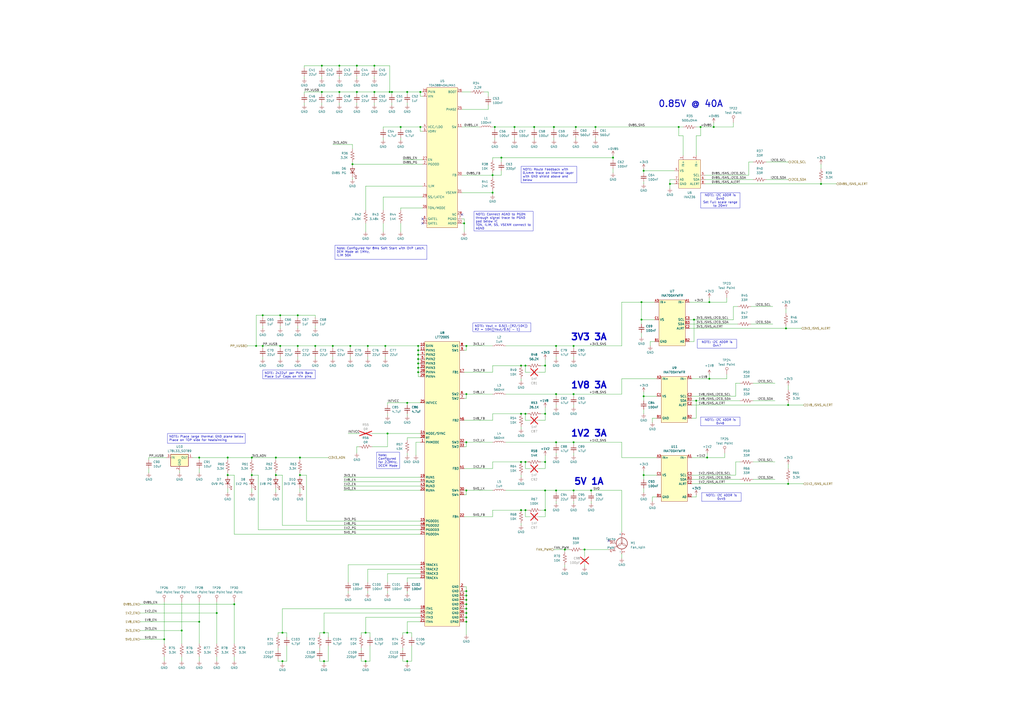
<source format=kicad_sch>
(kicad_sch (version 20231120) (generator "eeschema") (generator_version "8.0")
  (paper "A2")
  (title_block (title "Power2") (date "2024-10-06") (rev "2.0") (company "Drexel University") (comment 1 "Designed by John Hofmeyr"))
  (junction (at 212.09 367.03))
  (junction (at 373.38 229.87))
  (junction (at 302.26 295.91))
  (junction (at 372.11 175.26))
  (junction (at 163.83 383.54))
  (junction (at 135.89 350.52))
  (junction (at 243.84 73.66))
  (junction (at 476.25 106.68))
  (junction (at 187.96 367.03))
  (junction (at 302.26 240.03))
  (junction (at 373.38 275.59))
  (junction (at 414.02 73.66))
  (junction (at 316.23 240.03))
  (junction (at 321.31 73.66))
  (junction (at 287.02 73.66))
  (junction (at 285.75 111.76))
  (junction (at 236.22 233.68))
  (junction (at 402.59 185.42))
  (junction (at 115.57 265.43))
  (junction (at 162.56 200.66))
  (junction (at 223.52 200.66))
  (junction (at 355.6 91.44))
  (junction (at 173.99 265.43))
  (junction (at 227.33 53.34))
  (junction (at 193.04 200.66))
  (junction (at 242.57 213.36))
  (junction (at 316.23 212.09))
  (junction (at 457.2 234.95))
  (junction (at 332.74 228.6))
  (junction (at 232.41 73.66))
  (junction (at 146.05 275.59))
  (junction (at 270.51 228.6))
  (junction (at 270.51 350.52))
  (junction (at 406.4 73.66))
  (junction (at 332.74 256.54))
  (junction (at 270.51 360.68))
  (junction (at 316.23 284.48))
  (junction (at 95.25 370.84))
  (junction (at 372.11 185.42))
  (junction (at 270.51 200.66))
  (junction (at 285.75 101.6))
  (junction (at 270.51 284.48))
  (junction (at 132.08 275.59))
  (junction (at 270.51 345.44))
  (junction (at 298.45 73.66))
  (junction (at 236.22 53.34))
  (junction (at 316.23 267.97))
  (junction (at 304.8 212.09))
  (junction (at 304.8 267.97))
  (junction (at 332.74 200.66))
  (junction (at 160.02 265.43))
  (junction (at 217.17 38.1))
  (junction (at 242.57 215.9))
  (junction (at 327.66 318.77))
  (junction (at 242.57 200.66))
  (junction (at 290.83 91.44))
  (junction (at 146.05 265.43))
  (junction (at 388.62 106.68))
  (junction (at 115.57 360.68))
  (junction (at 242.57 205.74))
  (junction (at 316.23 295.91))
  (junction (at 196.85 53.34))
  (junction (at 148.59 200.66))
  (junction (at 187.96 383.54))
  (junction (at 173.99 275.59))
  (junction (at 302.26 267.97))
  (junction (at 322.58 256.54))
  (junction (at 403.86 232.41))
  (junction (at 339.09 318.77))
  (junction (at 342.9 284.48))
  (junction (at 186.69 53.34))
  (junction (at 160.02 275.59))
  (junction (at 242.57 203.2))
  (junction (at 373.38 99.06))
  (junction (at 242.57 210.82))
  (junction (at 304.8 295.91))
  (junction (at 322.58 284.48))
  (junction (at 224.79 251.46))
  (junction (at 203.2 200.66))
  (junction (at 105.41 365.76))
  (junction (at 236.22 367.03))
  (junction (at 345.44 73.66))
  (junction (at 182.88 200.66))
  (junction (at 213.36 200.66))
  (junction (at 410.21 265.43))
  (junction (at 411.48 175.26))
  (junction (at 302.26 212.09))
  (junction (at 243.84 53.34))
  (junction (at 212.09 383.54))
  (junction (at 152.4 182.88))
  (junction (at 309.88 73.66))
  (junction (at 270.51 256.54))
  (junction (at 269.24 129.54))
  (junction (at 172.72 200.66))
  (junction (at 217.17 53.34))
  (junction (at 334.01 73.66))
  (junction (at 207.01 53.34))
  (junction (at 270.51 355.6))
  (junction (at 207.01 38.1))
  (junction (at 196.85 38.1))
  (junction (at 270.51 342.9))
  (junction (at 457.2 280.67))
  (junction (at 322.58 200.66))
  (junction (at 186.69 38.1))
  (junction (at 242.57 208.28))
  (junction (at 332.74 284.48))
  (junction (at 270.51 353.06))
  (junction (at 411.48 219.71))
  (junction (at 172.72 182.88))
  (junction (at 393.7 73.66))
  (junction (at 152.4 200.66))
  (junction (at 162.56 182.88))
  (junction (at 226.06 53.34))
  (junction (at 304.8 240.03))
  (junction (at 322.58 228.6))
  (junction (at 204.47 95.25))
  (junction (at 236.22 383.54))
  (junction (at 455.93 190.5))
  (junction (at 125.73 355.6))
  (junction (at 163.83 367.03))
  (junction (at 270.51 358.14))
  (junction (at 132.08 265.43))
  (junction (at 270.51 347.98))
  (no_connect (at 267.97 124.46))
  (no_connect (at 245.11 127))
  (no_connect (at 353.06 313.69))
  (no_connect (at 245.11 129.54))
  (wire (pts (xy 193.04 201.93) (xy 193.04 200.66)))
  (wire (pts (xy 166.37 374.65) (xy 166.37 383.54)))
  (wire (pts (xy 270.51 231.14) (xy 270.51 228.6)))
  (wire (pts (xy 332.74 256.54) (xy 360.68 256.54)))
  (wire (pts (xy 401.32 232.41) (xy 403.86 232.41)))
  (wire (pts (xy 403.86 232.41) (xy 429.26 232.41)))
  (wire (pts (xy 213.36 342.9) (xy 213.36 344.17)))
  (wire (pts (xy 243.84 327.66) (xy 201.93 327.66)))
  (wire (pts (xy 476.25 106.68) (xy 485.14 106.68)))
  (wire (pts (xy 152.4 189.23) (xy 152.4 190.5)))
  (wire (pts (xy 176.53 38.1) (xy 186.69 38.1)))
  (wire (pts (xy 232.41 120.65) (xy 232.41 121.92)))
  (wire (pts (xy 270.51 342.9) (xy 269.24 342.9)))
  (wire (pts (xy 185.42 382.27) (xy 185.42 383.54)))
  (wire (pts (xy 401.32 275.59) (xy 426.72 275.59)))
  (wire (pts (xy 203.2 201.93) (xy 203.2 200.66)))
  (wire (pts (xy 115.57 266.7) (xy 115.57 265.43)))
  (wire (pts (xy 313.69 240.03) (xy 316.23 240.03)))
  (wire (pts (xy 236.22 383.54) (xy 236.22 384.81)))
  (wire (pts (xy 302.26 303.53) (xy 302.26 304.8)))
  (wire (pts (xy 242.57 203.2) (xy 242.57 200.66)))
  (wire (pts (xy 322.58 207.01) (xy 322.58 208.28)))
  (wire (pts (xy 444.5 93.98) (xy 457.2 93.98)))
  (wire (pts (xy 163.83 353.06) (xy 163.83 367.03)))
  (wire (pts (xy 201.93 251.46) (xy 208.28 251.46)))
  (wire (pts (xy 135.89 349.25) (xy 135.89 350.52)))
  (wire (pts (xy 148.59 182.88) (xy 148.59 200.66)))
  (wire (pts (xy 403.86 242.57) (xy 403.86 232.41)))
  (wire (pts (xy 172.72 189.23) (xy 172.72 190.5)))
  (wire (pts (xy 199.39 284.48) (xy 243.84 284.48)))
  (wire (pts (xy 115.57 360.68) (xy 115.57 373.38)))
  (wire (pts (xy 243.84 330.2) (xy 213.36 330.2)))
  (wire (pts (xy 372.11 175.26) (xy 372.11 185.42)))
  (wire (pts (xy 146.05 283.21) (xy 146.05 285.75)))
  (wire (pts (xy 313.69 267.97) (xy 316.23 267.97)))
  (wire (pts (xy 224.79 332.74) (xy 224.79 337.82)))
  (wire (pts (xy 290.83 99.06) (xy 290.83 101.6)))
  (wire (pts (xy 185.42 375.92) (xy 185.42 377.19)))
  (wire (pts (xy 236.22 335.28) (xy 236.22 337.82)))
  (wire (pts (xy 270.51 358.14) (xy 270.51 360.68)))
  (wire (pts (xy 243.84 335.28) (xy 236.22 335.28)))
  (wire (pts (xy 285.75 215.9) (xy 269.24 215.9)))
  (wire (pts (xy 378.46 242.57) (xy 378.46 245.11)))
  (wire (pts (xy 226.06 53.34) (xy 227.33 53.34)))
  (wire (pts (xy 242.57 213.36) (xy 243.84 213.36)))
  (wire (pts (xy 270.51 347.98) (xy 270.51 350.52)))
  (wire (pts (xy 455.93 190.5) (xy 464.82 190.5)))
  (wire (pts (xy 270.51 360.68) (xy 269.24 360.68)))
  (wire (pts (xy 204.47 93.98) (xy 204.47 95.25)))
  (wire (pts (xy 269.24 287.02) (xy 270.51 287.02)))
  (wire (pts (xy 162.56 207.01) (xy 162.56 208.28)))
  (wire (pts (xy 408.94 101.6) (xy 434.34 101.6)))
  (wire (pts (xy 105.41 381) (xy 105.41 383.54)))
  (wire (pts (xy 312.42 271.78) (xy 316.23 271.78)))
  (wire (pts (xy 304.8 295.91) (xy 302.26 295.91)))
  (wire (pts (xy 457.2 234.95) (xy 466.09 234.95)))
  (wire (pts (xy 132.08 265.43) (xy 132.08 266.7)))
  (wire (pts (xy 269.24 203.2) (xy 270.51 203.2)))
  (wire (pts (xy 172.72 200.66) (xy 182.88 200.66)))
  (wire (pts (xy 242.57 203.2) (xy 243.84 203.2)))
  (wire (pts (xy 160.02 274.32) (xy 160.02 275.59)))
  (wire (pts (xy 457.2 279.4) (xy 457.2 280.67)))
  (wire (pts (xy 427.99 177.8) (xy 425.45 177.8)))
  (wire (pts (xy 302.26 219.71) (xy 302.26 220.98)))
  (wire (pts (xy 193.04 200.66) (xy 203.2 200.66)))
  (wire (pts (xy 236.22 240.03) (xy 236.22 241.3)))
  (wire (pts (xy 245.11 55.88) (xy 243.84 55.88)))
  (wire (pts (xy 304.8 299.72) (xy 304.8 295.91)))
  (wire (pts (xy 104.14 273.05) (xy 104.14 274.32)))
  (wire (pts (xy 86.36 271.78) (xy 86.36 274.32)))
  (wire (pts (xy 242.57 208.28) (xy 243.84 208.28)))
  (wire (pts (xy 267.97 73.66) (xy 278.13 73.66)))
  (wire (pts (xy 290.83 91.44) (xy 285.75 91.44)))
  (wire (pts (xy 426.72 267.97) (xy 426.72 275.59)))
  (wire (pts (xy 270.51 287.02) (xy 270.51 284.48)))
  (wire (pts (xy 302.26 275.59) (xy 302.26 276.86)))
  (wire (pts (xy 414.02 73.66) (xy 425.45 73.66)))
  (wire (pts (xy 402.59 185.42) (xy 425.45 185.42)))
  (wire (pts (xy 401.32 242.57) (xy 403.86 242.57)))
  (wire (pts (xy 242.57 215.9) (xy 242.57 213.36)))
  (wire (pts (xy 172.72 182.88) (xy 172.72 184.15)))
  (wire (pts (xy 372.11 175.26) (xy 379.73 175.26)))
  (wire (pts (xy 222.25 80.01) (xy 222.25 81.28)))
  (wire (pts (xy 207.01 53.34) (xy 217.17 53.34)))
  (wire (pts (xy 334.01 73.66) (xy 345.44 73.66)))
  (wire (pts (xy 283.21 53.34) (xy 283.21 55.88)))
  (wire (pts (xy 223.52 200.66) (xy 242.57 200.66)))
  (wire (pts (xy 224.79 234.95) (xy 224.79 233.68)))
  (wire (pts (xy 400.05 198.12) (xy 402.59 198.12)))
  (wire (pts (xy 115.57 265.43) (xy 132.08 265.43)))
  (wire (pts (xy 269.24 256.54) (xy 270.51 256.54)))
  (wire (pts (xy 421.64 217.17) (xy 421.64 219.71)))
  (wire (pts (xy 135.89 350.52) (xy 135.89 373.38)))
  (wire (pts (xy 355.6 97.79) (xy 355.6 100.33)))
  (wire (pts (xy 400.05 190.5) (xy 455.93 190.5)))
  (wire (pts (xy 373.38 275.59) (xy 373.38 278.13)))
  (wire (pts (xy 327.66 318.77) (xy 330.2 318.77)))
  (wire (pts (xy 152.4 182.88) (xy 152.4 184.15)))
  (wire (pts (xy 312.42 215.9) (xy 316.23 215.9)))
  (wire (pts (xy 270.51 353.06) (xy 269.24 353.06)))
  (wire (pts (xy 95.25 349.25) (xy 95.25 370.84)))
  (wire (pts (xy 173.99 283.21) (xy 173.99 285.75)))
  (wire (pts (xy 224.79 240.03) (xy 224.79 241.3)))
  (wire (pts (xy 125.73 355.6) (xy 125.73 373.38)))
  (wire (pts (xy 182.88 182.88) (xy 182.88 184.15)))
  (wire (pts (xy 232.41 80.01) (xy 232.41 81.28)))
  (wire (pts (xy 270.51 200.66) (xy 285.75 200.66)))
  (wire (pts (xy 270.51 342.9) (xy 270.51 345.44)))
  (wire (pts (xy 207.01 259.08) (xy 207.01 262.89)))
  (wire (pts (xy 186.69 60.96) (xy 186.69 59.69)))
  (wire (pts (xy 162.56 200.66) (xy 172.72 200.66)))
  (wire (pts (xy 152.4 201.93) (xy 152.4 200.66)))
  (wire (pts (xy 293.37 228.6) (xy 322.58 228.6)))
  (wire (pts (xy 125.73 349.25) (xy 125.73 355.6)))
  (wire (pts (xy 457.2 280.67) (xy 466.09 280.67)))
  (wire (pts (xy 373.38 273.05) (xy 373.38 275.59)))
  (wire (pts (xy 270.51 284.48) (xy 285.75 284.48)))
  (wire (pts (xy 160.02 275.59) (xy 163.83 275.59)))
  (wire (pts (xy 321.31 73.66) (xy 321.31 74.93)))
  (wire (pts (xy 236.22 367.03) (xy 238.76 367.03)))
  (wire (pts (xy 381 242.57) (xy 378.46 242.57)))
  (wire (pts (xy 411.48 175.26) (xy 411.48 172.72)))
  (wire (pts (xy 401.32 265.43) (xy 410.21 265.43)))
  (wire (pts (xy 204.47 102.87) (xy 204.47 104.14)))
  (wire (pts (xy 214.63 374.65) (xy 214.63 383.54)))
  (wire (pts (xy 243.84 256.54) (xy 241.3 256.54)))
  (wire (pts (xy 372.11 193.04) (xy 372.11 195.58)))
  (wire (pts (xy 269.24 284.48) (xy 270.51 284.48)))
  (wire (pts (xy 373.38 229.87) (xy 373.38 232.41)))
  (wire (pts (xy 111.76 265.43) (xy 115.57 265.43)))
  (wire (pts (xy 373.38 100.33) (xy 373.38 99.06)))
  (wire (pts (xy 316.23 264.16) (xy 316.23 267.97)))
  (wire (pts (xy 190.5 374.65) (xy 190.5 383.54)))
  (wire (pts (xy 233.68 367.03) (xy 236.22 367.03)))
  (wire (pts (xy 152.4 182.88) (xy 162.56 182.88)))
  (wire (pts (xy 182.88 189.23) (xy 182.88 190.5)))
  (wire (pts (xy 213.36 330.2) (xy 213.36 337.82)))
  (wire (pts (xy 187.96 367.03) (xy 190.5 367.03)))
  (wire (pts (xy 146.05 274.32) (xy 146.05 275.59)))
  (wire (pts (xy 204.47 83.82) (xy 193.04 83.82)))
  (wire (pts (xy 322.58 228.6) (xy 332.74 228.6)))
  (wire (pts (xy 429.26 222.25) (xy 426.72 222.25)))
  (wire (pts (xy 322.58 290.83) (xy 322.58 292.1)))
  (wire (pts (xy 81.28 365.76) (xy 105.41 365.76)))
  (wire (pts (xy 209.55 375.92) (xy 209.55 377.19)))
  (wire (pts (xy 307.34 271.78) (xy 304.8 271.78)))
  (wire (pts (xy 270.51 259.08) (xy 270.51 256.54)))
  (wire (pts (xy 378.46 288.29) (xy 378.46 290.83)))
  (wire (pts (xy 408.94 106.68) (xy 476.25 106.68)))
  (wire (pts (xy 403.86 78.74) (xy 406.4 78.74)))
  (wire (pts (xy 285.75 111.76) (xy 285.75 113.03)))
  (wire (pts (xy 132.08 265.43) (xy 146.05 265.43)))
  (wire (pts (xy 146.05 265.43) (xy 146.05 266.7)))
  (wire (pts (xy 270.51 256.54) (xy 285.75 256.54)))
  (wire (pts (xy 342.9 284.48) (xy 360.68 284.48)))
  (wire (pts (xy 222.25 73.66) (xy 222.25 74.93)))
  (wire (pts (xy 339.09 318.77) (xy 353.06 318.77)))
  (wire (pts (xy 270.51 228.6) (xy 285.75 228.6)))
  (wire (pts (xy 186.69 53.34) (xy 196.85 53.34)))
  (wire (pts (xy 267.97 111.76) (xy 285.75 111.76)))
  (wire (pts (xy 312.42 243.84) (xy 316.23 243.84)))
  (wire (pts (xy 199.39 281.94) (xy 243.84 281.94)))
  (wire (pts (xy 182.88 200.66) (xy 193.04 200.66)))
  (wire (pts (xy 302.26 267.97) (xy 304.8 267.97)))
  (wire (pts (xy 293.37 284.48) (xy 316.23 284.48)))
  (wire (pts (xy 421.64 172.72) (xy 421.64 175.26)))
  (wire (pts (xy 270.51 360.68) (xy 270.51 368.3)))
  (wire (pts (xy 207.01 60.96) (xy 207.01 59.69)))
  (wire (pts (xy 410.21 265.43) (xy 420.37 265.43)))
  (wire (pts (xy 270.51 345.44) (xy 269.24 345.44)))
  (wire (pts (xy 166.37 383.54) (xy 163.83 383.54)))
  (wire (pts (xy 302.26 247.65) (xy 302.26 248.92)))
  (wire (pts (xy 243.84 358.14) (xy 212.09 358.14)))
  (wire (pts (xy 455.93 189.23) (xy 455.93 190.5)))
  (wire (pts (xy 302.26 240.03) (xy 285.75 240.03)))
  (wire (pts (xy 182.88 207.01) (xy 182.88 208.28)))
  (wire (pts (xy 212.09 358.14) (xy 212.09 367.03)))
  (wire (pts (xy 227.33 60.96) (xy 227.33 59.69)))
  (wire (pts (xy 224.79 233.68) (xy 236.22 233.68)))
  (wire (pts (xy 213.36 200.66) (xy 223.52 200.66)))
  (wire (pts (xy 270.51 350.52) (xy 269.24 350.52)))
  (wire (pts (xy 152.4 182.88) (xy 148.59 182.88)))
  (wire (pts (xy 400.05 175.26) (xy 411.48 175.26)))
  (wire (pts (xy 223.52 201.93) (xy 223.52 200.66)))
  (wire (pts (xy 243.84 355.6) (xy 187.96 355.6)))
  (wire (pts (xy 420.37 262.89) (xy 420.37 265.43)))
  (wire (pts (xy 172.72 201.93) (xy 172.72 200.66)))
  (wire (pts (xy 377.19 198.12) (xy 377.19 200.66)))
  (wire (pts (xy 105.41 349.25) (xy 105.41 365.76)))
  (wire (pts (xy 391.16 104.14) (xy 388.62 104.14)))
  (wire (pts (xy 232.41 73.66) (xy 232.41 74.93)))
  (wire (pts (xy 373.38 227.33) (xy 373.38 229.87)))
  (wire (pts (xy 196.85 38.1) (xy 196.85 39.37)))
  (wire (pts (xy 163.83 383.54) (xy 163.83 384.81)))
  (wire (pts (xy 212.09 383.54) (xy 212.09 384.81)))
  (wire (pts (xy 360.68 219.71) (xy 360.68 228.6)))
  (wire (pts (xy 242.57 205.74) (xy 242.57 203.2)))
  (wire (pts (xy 222.25 121.92) (xy 222.25 114.3)))
  (wire (pts (xy 233.68 92.71) (xy 245.11 92.71)))
  (wire (pts (xy 227.33 54.61) (xy 227.33 53.34)))
  (wire (pts (xy 213.36 207.01) (xy 213.36 208.28)))
  (wire (pts (xy 207.01 38.1) (xy 217.17 38.1)))
  (wire (pts (xy 290.83 101.6) (xy 285.75 101.6)))
  (wire (pts (xy 187.96 383.54) (xy 187.96 384.81)))
  (wire (pts (xy 332.74 284.48) (xy 322.58 284.48)))
  (wire (pts (xy 355.6 92.71) (xy 355.6 91.44)))
  (wire (pts (xy 236.22 60.96) (xy 236.22 59.69)))
  (wire (pts (xy 332.74 290.83) (xy 332.74 292.1)))
  (wire (pts (xy 381 288.29) (xy 378.46 288.29)))
  (wire (pts (xy 345.44 81.28) (xy 345.44 80.01)))
  (wire (pts (xy 227.33 53.34) (xy 236.22 53.34)))
  (wire (pts (xy 402.59 198.12) (xy 402.59 185.42)))
  (wire (pts (xy 406.4 73.66) (xy 414.02 73.66)))
  (wire (pts (xy 345.44 74.93) (xy 345.44 73.66)))
  (wire (pts (xy 208.28 259.08) (xy 207.01 259.08)))
  (wire (pts (xy 270.51 340.36) (xy 270.51 342.9)))
  (wire (pts (xy 339.09 327.66) (xy 339.09 328.93)))
  (wire (pts (xy 322.58 284.48) (xy 322.58 285.75)))
  (wire (pts (xy 269.24 127) (xy 269.24 129.54)))
  (wire (pts (xy 243.84 76.2) (xy 243.84 73.66)))
  (wire (pts (xy 222.25 129.54) (xy 222.25 134.62)))
  (wire (pts (xy 160.02 283.21) (xy 160.02 285.75)))
  (wire (pts (xy 332.74 200.66) (xy 332.74 201.93)))
  (wire (pts (xy 185.42 367.03) (xy 187.96 367.03)))
  (wire (pts (xy 81.28 360.68) (xy 115.57 360.68)))
  (wire (pts (xy 360.68 284.48) (xy 360.68 308.61)))
  (wire (pts (xy 316.23 236.22) (xy 316.23 240.03)))
  (wire (pts (xy 322.58 256.54) (xy 322.58 257.81)))
  (wire (pts (xy 233.68 368.3) (xy 233.68 367.03)))
  (wire (pts (xy 125.73 381) (xy 125.73 383.54)))
  (wire (pts (xy 190.5 383.54) (xy 187.96 383.54)))
  (wire (pts (xy 285.75 267.97) (xy 285.75 271.78)))
  (wire (pts (xy 332.74 200.66) (xy 360.68 200.66)))
  (wire (pts (xy 162.56 182.88) (xy 172.72 182.88)))
  (wire (pts (xy 321.31 81.28) (xy 321.31 80.01)))
  (wire (pts (xy 236.22 360.68) (xy 236.22 367.03)))
  (wire (pts (xy 223.52 207.01) (xy 223.52 208.28)))
  (wire (pts (xy 172.72 207.01) (xy 172.72 208.28)))
  (wire (pts (xy 243.84 332.74) (xy 224.79 332.74)))
  (wire (pts (xy 146.05 275.59) (xy 149.86 275.59)))
  (wire (pts (xy 224.79 251.46) (xy 224.79 259.08)))
  (wire (pts (xy 242.57 208.28) (xy 242.57 205.74)))
  (wire (pts (xy 312.42 299.72) (xy 316.23 299.72)))
  (wire (pts (xy 327.66 327.66) (xy 327.66 328.93)))
  (wire (pts (xy 236.22 262.89) (xy 236.22 264.16)))
  (wire (pts (xy 400.05 187.96) (xy 427.99 187.96)))
  (wire (pts (xy 304.8 271.78) (xy 304.8 267.97)))
  (wire (pts (xy 243.84 360.68) (xy 236.22 360.68)))
  (wire (pts (xy 373.38 97.79) (xy 373.38 99.06)))
  (wire (pts (xy 270.51 203.2) (xy 270.51 200.66)))
  (wire (pts (xy 332.74 228.6) (xy 332.74 229.87)))
  (wire (pts (xy 360.68 219.71) (xy 381 219.71)))
  (wire (pts (xy 373.38 237.49) (xy 373.38 240.03)))
  (wire (pts (xy 307.34 243.84) (xy 304.8 243.84)))
  (wire (pts (xy 163.83 367.03) (xy 166.37 367.03)))
  (wire (pts (xy 290.83 93.98) (xy 290.83 91.44)))
  (wire (pts (xy 396.24 78.74) (xy 393.7 78.74)))
  (wire (pts (xy 207.01 38.1) (xy 207.01 39.37)))
  (wire (pts (xy 391.16 106.68) (xy 388.62 106.68)))
  (wire (pts (xy 270.51 353.06) (xy 270.51 355.6)))
  (wire (pts (xy 209.55 367.03) (xy 212.09 367.03)))
  (wire (pts (xy 242.57 213.36) (xy 242.57 210.82)))
  (wire (pts (xy 406.4 73.66) (xy 406.4 78.74)))
  (wire (pts (xy 196.85 60.96) (xy 196.85 59.69)))
  (wire (pts (xy 285.75 100.33) (xy 285.75 101.6)))
  (wire (pts (xy 457.2 223.52) (xy 457.2 226.06)))
  (wire (pts (xy 187.96 355.6) (xy 187.96 367.03)))
  (wire (pts (xy 267.97 53.34) (xy 273.05 53.34)))
  (wire (pts (xy 236.22 54.61) (xy 236.22 53.34)))
  (wire (pts (xy 233.68 375.92) (xy 233.68 377.19)))
  (wire (pts (xy 163.83 383.54) (xy 161.29 383.54)))
  (wire (pts (xy 304.8 295.91) (xy 306.07 295.91)))
  (wire (pts (xy 302.26 267.97) (xy 285.75 267.97)))
  (wire (pts (xy 161.29 382.27) (xy 161.29 383.54)))
  (wire (pts (xy 332.74 228.6) (xy 360.68 228.6)))
  (wire (pts (xy 95.25 370.84) (xy 95.25 373.38)))
  (wire (pts (xy 270.51 345.44) (xy 270.51 347.98)))
  (wire (pts (xy 135.89 275.59) (xy 135.89 309.88)))
  (wire (pts (xy 203.2 200.66) (xy 213.36 200.66)))
  (wire (pts (xy 217.17 53.34) (xy 226.06 53.34)))
  (wire (pts (xy 360.68 175.26) (xy 372.11 175.26)))
  (wire (pts (xy 313.69 212.09) (xy 316.23 212.09)))
  (wire (pts (xy 236.22 342.9) (xy 236.22 344.17)))
  (wire (pts (xy 217.17 60.96) (xy 217.17 59.69)))
  (wire (pts (xy 372.11 185.42) (xy 379.73 185.42)))
  (wire (pts (xy 161.29 367.03) (xy 163.83 367.03)))
  (wire (pts (xy 86.36 266.7) (xy 86.36 265.43)))
  (wire (pts (xy 209.55 368.3) (xy 209.55 367.03)))
  (wire (pts (xy 327.66 318.77) (xy 327.66 320.04)))
  (wire (pts (xy 401.32 234.95) (xy 457.2 234.95)))
  (wire (pts (xy 173.99 274.32) (xy 173.99 275.59)))
  (wire (pts (xy 214.63 367.03) (xy 214.63 369.57)))
  (wire (pts (xy 322.58 200.66) (xy 332.74 200.66)))
  (wire (pts (xy 373.38 105.41) (xy 373.38 106.68)))
  (wire (pts (xy 421.64 219.71) (xy 411.48 219.71)))
  (wire (pts (xy 373.38 283.21) (xy 373.38 285.75)))
  (wire (pts (xy 267.97 129.54) (xy 269.24 129.54)))
  (wire (pts (xy 238.76 367.03) (xy 238.76 369.57)))
  (wire (pts (xy 217.17 38.1) (xy 217.17 39.37)))
  (wire (pts (xy 285.75 101.6) (xy 285.75 102.87)))
  (wire (pts (xy 321.31 73.66) (xy 309.88 73.66)))
  (wire (pts (xy 401.32 280.67) (xy 457.2 280.67)))
  (wire (pts (xy 115.57 381) (xy 115.57 383.54)))
  (wire (pts (xy 285.75 295.91) (xy 285.75 299.72)))
  (wire (pts (xy 345.44 73.66) (xy 393.7 73.66)))
  (wire (pts (xy 196.85 45.72) (xy 196.85 44.45)))
  (wire (pts (xy 224.79 342.9) (xy 224.79 344.17)))
  (wire (pts (xy 401.32 278.13) (xy 429.26 278.13)))
  (wire (pts (xy 186.69 38.1) (xy 196.85 38.1)))
  (wire (pts (xy 334.01 73.66) (xy 334.01 74.93)))
  (wire (pts (xy 243.84 218.44) (xy 242.57 218.44)))
  (wire (pts (xy 242.57 205.74) (xy 243.84 205.74)))
  (wire (pts (xy 162.56 189.23) (xy 162.56 190.5)))
  (wire (pts (xy 400.05 185.42) (xy 402.59 185.42)))
  (wire (pts (xy 373.38 229.87) (xy 381 229.87)))
  (wire (pts (xy 322.58 228.6) (xy 322.58 229.87)))
  (wire (pts (xy 332.74 284.48) (xy 332.74 285.75)))
  (wire (pts (xy 379.73 198.12) (xy 377.19 198.12)))
  (wire (pts (xy 298.45 73.66) (xy 309.88 73.66)))
  (wire (pts (xy 476.25 95.25) (xy 476.25 97.79)))
  (wire (pts (xy 217.17 54.61) (xy 217.17 53.34)))
  (wire (pts (xy 476.25 105.41) (xy 476.25 106.68)))
  (wire (pts (xy 316.23 243.84) (xy 316.23 240.03)))
  (wire (pts (xy 436.88 222.25) (xy 449.58 222.25)))
  (wire (pts (xy 298.45 81.28) (xy 298.45 80.01)))
  (wire (pts (xy 302.26 212.09) (xy 285.75 212.09)))
  (wire (pts (xy 322.58 234.95) (xy 322.58 236.22)))
  (wire (pts (xy 269.24 259.08) (xy 270.51 259.08)))
  (wire (pts (xy 162.56 182.88) (xy 162.56 184.15)))
  (wire (pts (xy 214.63 383.54) (xy 212.09 383.54)))
  (wire (pts (xy 332.74 256.54) (xy 332.74 257.81)))
  (wire (pts (xy 81.28 350.52) (xy 135.89 350.52)))
  (wire (pts (xy 215.9 251.46) (xy 224.79 251.46)))
  (wire (pts (xy 135.89 381) (xy 135.89 383.54)))
  (wire (pts (xy 372.11 185.42) (xy 372.11 187.96)))
  (wire (pts (xy 177.8 302.26) (xy 243.84 302.26)))
  (wire (pts (xy 285.75 91.44) (xy 285.75 92.71)))
  (wire (pts (xy 160.02 265.43) (xy 160.02 266.7)))
  (wire (pts (xy 149.86 307.34) (xy 243.84 307.34)))
  (wire (pts (xy 285.75 271.78) (xy 269.24 271.78)))
  (wire (pts (xy 309.88 74.93) (xy 309.88 73.66)))
  (wire (pts (xy 322.58 200.66) (xy 322.58 201.93)))
  (wire (pts (xy 280.67 53.34) (xy 283.21 53.34)))
  (wire (pts (xy 401.32 229.87) (xy 426.72 229.87)))
  (wire (pts (xy 242.57 218.44) (xy 242.57 215.9)))
  (wire (pts (xy 334.01 81.28) (xy 334.01 80.01)))
  (wire (pts (xy 342.9 284.48) (xy 342.9 285.75)))
  (wire (pts (xy 236.22 234.95) (xy 236.22 233.68)))
  (wire (pts (xy 212.09 383.54) (xy 209.55 383.54)))
  (wire (pts (xy 245.11 76.2) (xy 243.84 76.2)))
  (wire (pts (xy 401.32 288.29) (xy 403.86 288.29)))
  (wire (pts (xy 304.8 267.97) (xy 306.07 267.97)))
  (wire (pts (xy 243.84 251.46) (xy 224.79 251.46)))
  (wire (pts (xy 307.34 215.9) (xy 304.8 215.9)))
  (wire (pts (xy 173.99 265.43) (xy 190.5 265.43)))
  (wire (pts (xy 403.86 73.66) (xy 406.4 73.66)))
  (wire (pts (xy 146.05 265.43) (xy 160.02 265.43)))
  (wire (pts (xy 238.76 383.54) (xy 236.22 383.54)))
  (wire (pts (xy 86.36 265.43) (xy 96.52 265.43)))
  (wire (pts (xy 435.61 177.8) (xy 448.31 177.8)))
  (wire (pts (xy 285.75 110.49) (xy 285.75 111.76)))
  (wire (pts (xy 187.96 383.54) (xy 185.42 383.54)))
  (wire (pts (xy 339.09 318.77) (xy 339.09 322.58)))
  (wire (pts (xy 186.69 38.1) (xy 186.69 39.37)))
  (wire (pts (xy 285.75 240.03) (xy 285.75 243.84)))
  (wire (pts (xy 316.23 284.48) (xy 316.23 295.91)))
  (wire (pts (xy 403.86 287.02) (xy 403.86 288.29)))
  (wire (pts (xy 166.37 367.03) (xy 166.37 369.57)))
  (wire (pts (xy 217.17 38.1) (xy 226.06 38.1)))
  (wire (pts (xy 429.26 267.97) (xy 426.72 267.97)))
  (wire (pts (xy 176.53 54.61) (xy 176.53 53.34)))
  (wire (pts (xy 204.47 86.36) (xy 204.47 83.82)))
  (wire (pts (xy 135.89 309.88) (xy 243.84 309.88)))
  (wire (pts (xy 425.45 177.8) (xy 425.45 185.42)))
  (wire (pts (xy 232.41 73.66) (xy 222.25 73.66)))
  (wire (pts (xy 212.09 129.54) (xy 212.09 134.62)))
  (wire (pts (xy 322.58 256.54) (xy 332.74 256.54)))
  (wire (pts (xy 401.32 219.71) (xy 411.48 219.71)))
  (wire (pts (xy 411.48 175.26) (xy 421.64 175.26)))
  (wire (pts (xy 201.93 327.66) (xy 201.93 337.82)))
  (wire (pts (xy 163.83 304.8) (xy 243.84 304.8)))
  (wire (pts (xy 304.8 212.09) (xy 306.07 212.09)))
  (wire (pts (xy 115.57 271.78) (xy 115.57 274.32)))
  (wire (pts (xy 132.08 275.59) (xy 135.89 275.59)))
  (wire (pts (xy 414.02 73.66) (xy 414.02 71.12)))
  (wire (pts (xy 269.24 129.54) (xy 269.24 134.62)))
  (wire (pts (xy 176.53 53.34) (xy 186.69 53.34)))
  (wire (pts (xy 132.08 274.32) (xy 132.08 275.59)))
  (wire (pts (xy 316.23 208.28) (xy 316.23 212.09)))
  (wire (pts (xy 204.47 95.25) (xy 245.11 95.25)))
  (wire (pts (xy 393.7 73.66) (xy 396.24 73.66)))
  (wire (pts (xy 226.06 38.1) (xy 226.06 53.34)))
  (wire (pts (xy 283.21 60.96) (xy 283.21 63.5)))
  (wire (pts (xy 307.34 299.72) (xy 304.8 299.72)))
  (wire (pts (xy 302.26 295.91) (xy 285.75 295.91)))
  (wire (pts (xy 199.39 276.86) (xy 243.84 276.86)))
  (wire (pts (xy 177.8 275.59) (xy 177.8 302.26)))
  (wire (pts (xy 304.8 243.84) (xy 304.8 240.03)))
  (wire (pts (xy 285.75 243.84) (xy 269.24 243.84)))
  (wire (pts (xy 302.26 212.09) (xy 304.8 212.09)))
  (wire (pts (xy 457.2 269.24) (xy 457.2 271.78)))
  (wire (pts (xy 267.97 127) (xy 269.24 127)))
  (wire (pts (xy 360.68 265.43) (xy 381 265.43)))
  (wire (pts (xy 396.24 90.17) (xy 396.24 78.74)))
  (wire (pts (xy 434.34 93.98) (xy 434.34 101.6)))
  (wire (pts (xy 241.3 256.54) (xy 241.3 264.16)))
  (wire (pts (xy 242.57 215.9) (xy 243.84 215.9)))
  (wire (pts (xy 95.25 381) (xy 95.25 383.54)))
  (wire (pts (xy 269.24 200.66) (xy 270.51 200.66)))
  (wire (pts (xy 316.23 267.97) (xy 316.23 271.78)))
  (wire (pts (xy 316.23 299.72) (xy 316.23 295.91)))
  (wire (pts (xy 293.37 200.66) (xy 322.58 200.66)))
  (wire (pts (xy 270.51 347.98) (xy 269.24 347.98)))
  (wire (pts (xy 243.84 73.66) (xy 232.41 73.66)))
  (wire (pts (xy 455.93 179.07) (xy 455.93 181.61)))
  (wire (pts (xy 332.74 234.95) (xy 332.74 236.22)))
  (wire (pts (xy 245.11 73.66) (xy 243.84 73.66)))
  (wire (pts (xy 233.68 382.27) (xy 233.68 383.54)))
  (wire (pts (xy 213.36 201.93) (xy 213.36 200.66)))
  (wire (pts (xy 207.01 54.61) (xy 207.01 53.34)))
  (wire (pts (xy 105.41 365.76) (xy 105.41 373.38)))
  (wire (pts (xy 186.69 54.61) (xy 186.69 53.34)))
  (wire (pts (xy 196.85 38.1) (xy 207.01 38.1)))
  (wire (pts (xy 232.41 129.54) (xy 232.41 134.62)))
  (wire (pts (xy 373.38 275.59) (xy 381 275.59)))
  (wire (pts (xy 242.57 200.66) (xy 243.84 200.66)))
  (wire (pts (xy 373.38 99.06) (xy 391.16 99.06)))
  (wire (pts (xy 207.01 45.72) (xy 207.01 44.45)))
  (wire (pts (xy 313.69 295.91) (xy 316.23 295.91)))
  (wire (pts (xy 243.84 53.34) (xy 245.11 53.34)))
  (wire (pts (xy 444.5 104.14) (xy 457.2 104.14)))
  (wire (pts (xy 148.59 200.66) (xy 152.4 200.66)))
  (wire (pts (xy 201.93 342.9) (xy 201.93 344.17)))
  (wire (pts (xy 270.51 358.14) (xy 269.24 358.14)))
  (wire (pts (xy 360.68 256.54) (xy 360.68 265.43)))
  (wire (pts (xy 436.88 93.98) (xy 434.34 93.98)))
  (wire (pts (xy 245.11 120.65) (xy 232.41 120.65)))
  (wire (pts (xy 342.9 290.83) (xy 342.9 292.1)))
  (wire (pts (xy 173.99 275.59) (xy 177.8 275.59)))
  (wire (pts (xy 436.88 278.13) (xy 449.58 278.13)))
  (wire (pts (xy 388.62 104.14) (xy 388.62 106.68)))
  (wire (pts (xy 236.22 383.54) (xy 233.68 383.54)))
  (wire (pts (xy 285.75 73.66) (xy 287.02 73.66)))
  (wire (pts (xy 267.97 101.6) (xy 285.75 101.6)))
  (wire (pts (xy 236.22 254) (xy 243.84 254)))
  (wire (pts (xy 403.86 90.17) (xy 403.86 78.74)))
  (wire (pts (xy 332.74 262.89) (xy 332.74 264.16)))
  (wire (pts (xy 426.72 222.25) (xy 426.72 229.87)))
  (wire (pts (xy 360.68 321.31) (xy 360.68 323.85)))
  (wire (pts (xy 176.53 60.96) (xy 176.53 59.69)))
  (wire (pts (xy 243.84 353.06) (xy 163.83 353.06)))
  (wire (pts (xy 236.22 53.34) (xy 243.84 53.34)))
  (wire (pts (xy 304.8 215.9) (xy 304.8 212.09)))
  (wire (pts (xy 173.99 266.7) (xy 173.99 265.43)))
  (wire (pts (xy 388.62 106.68) (xy 388.62 109.22)))
  (wire (pts (xy 283.21 63.5) (xy 267.97 63.5)))
  (wire (pts (xy 190.5 367.03) (xy 190.5 369.57)))
  (wire (pts (xy 81.28 355.6) (xy 125.73 355.6)))
  (wire (pts (xy 143.51 200.66) (xy 148.59 200.66)))
  (wire (pts (xy 172.72 182.88) (xy 182.88 182.88)))
  (wire (pts (xy 322.58 284.48) (xy 316.23 284.48)))
  (wire (pts (xy 293.37 256.54) (xy 322.58 256.54)))
  (wire (pts (xy 332.74 207.01) (xy 332.74 208.28)))
  (wire (pts (xy 217.17 45.72) (xy 217.17 44.45)))
  (wire (pts (xy 321.31 73.66) (xy 334.01 73.66)))
  (wire (pts (xy 185.42 368.3) (xy 185.42 367.03)))
  (wire (pts (xy 149.86 275.59) (xy 149.86 307.34)))
  (wire (pts (xy 199.39 279.4) (xy 243.84 279.4)))
  (wire (pts (xy 152.4 200.66) (xy 162.56 200.66)))
  (wire (pts (xy 212.09 107.95) (xy 245.11 107.95)))
  (wire (pts (xy 215.9 259.08) (xy 224.79 259.08)))
  (wire (pts (xy 285.75 212.09) (xy 285.75 215.9)))
  (wire (pts (xy 436.88 267.97) (xy 449.58 267.97)))
  (wire (pts (xy 236.22 233.68) (xy 243.84 233.68)))
  (wire (pts (xy 81.28 370.84) (xy 95.25 370.84)))
  (wire (pts (xy 304.8 240.03) (xy 302.26 240.03)))
  (wire (pts (xy 236.22 254) (xy 236.22 255.27)))
  (wire (pts (xy 408.94 104.14) (xy 436.88 104.14)))
  (wire (pts (xy 132.08 283.21) (xy 132.08 285.75)))
  (wire (pts (xy 212.09 121.92) (xy 212.09 107.95)))
  (wire (pts (xy 309.88 81.28) (xy 309.88 80.01)))
  (wire (pts (xy 203.2 207.01) (xy 203.2 208.28)))
  (wire (pts (xy 243.84 53.34) (xy 243.84 55.88)))
  (wire (pts (xy 212.09 367.03) (xy 214.63 367.03)))
  (wire (pts (xy 435.61 187.96) (xy 448.31 187.96)))
  (wire (pts (xy 152.4 207.01) (xy 152.4 208.28)))
  (wire (pts (xy 457.2 233.68) (xy 457.2 234.95)))
  (wire (pts (xy 298.45 74.93) (xy 298.45 73.66)))
  (wire (pts (xy 115.57 349.25) (xy 115.57 360.68)))
  (wire (pts (xy 411.48 219.71) (xy 411.48 217.17)))
  (wire (pts (xy 393.7 73.66) (xy 393.7 78.74)))
  (wire (pts (xy 287.02 81.28) (xy 287.02 80.01)))
  (wire (pts (xy 360.68 175.26) (xy 360.68 200.66)))
  (wire (pts (xy 285.75 299.72) (xy 269.24 299.72)))
  (wire (pts (xy 287.02 73.66) (xy 298.45 73.66)))
  (wire (pts (xy 270.51 340.36) (xy 269.24 340.36)))
  (wire (pts (xy 304.8 240.03) (xy 306.07 240.03)))
  (wire (pts (xy 238.76 374.65) (xy 238.76 383.54)))
  (wire (pts (xy 355.6 90.17) (xy 355.6 91.44)))
  (wire (pts (xy 321.31 318.77) (xy 327.66 318.77)))
  (wire (pts (xy 222.25 114.3) (xy 245.11 114.3)))
  (wire (pts (xy 209.55 382.27) (xy 209.55 383.54)))
  (wire (pts (xy 176.53 38.1) (xy 176.53 39.37)))
  (wire (pts (xy 436.88 232.41) (xy 449.58 232.41)))
  (wire (pts (xy 186.69 45.72) (xy 186.69 44.45)))
  (wire (pts (xy 410.21 265.43) (xy 410.21 262.89)))
  (wire (pts (xy 242.57 210.82) (xy 243.84 210.82)))
  (wire (pts (xy 242.57 210.82) (xy 242.57 208.28)))
  (wire (pts (xy 160.02 265.43) (xy 173.99 265.43)))
  (wire (pts (xy 337.82 318.77) (xy 339.09 318.77)))
  (wire (pts (xy 269.24 231.14) (xy 270.51 231.14)))
  (wire (pts (xy 269.24 228.6) (xy 270.51 228.6)))
  (wire (pts (xy 270.51 355.6) (xy 269.24 355.6)))
  (wire (pts (xy 322.58 262.89) (xy 322.58 264.16)))
  (wire (pts (xy 161.29 368.3) (xy 161.29 367.03)))
  (wire (pts (xy 182.88 201.93) (xy 182.88 200.66)))
  (wire (pts (xy 196.85 53.34) (xy 207.01 53.34)))
  (wire (pts (xy 332.74 284.48) (xy 342.9 284.48)))
  (wire (pts (xy 176.53 45.72) (xy 176.53 44.45)))
  (wire (pts (xy 287.02 74.93) (xy 287.02 73.66)))
  (wire (pts (xy 162.56 201.93) (xy 162.56 200.66)))
  (wire (pts (xy 425.45 71.12) (xy 425.45 73.66)))
  (wire (pts (xy 161.29 375.92) (xy 161.29 377.19)))
  (wire (pts (xy 193.04 207.01) (xy 193.04 208.28)))
  (wire (pts (xy 290.83 91.44) (xy 355.6 91.44)))
  (wire (pts (xy 196.85 54.61) (xy 196.85 53.34)))
  (wire (pts (xy 316.23 215.9) (xy 316.23 212.09)))
  (wire (pts (xy 270.51 350.52) (xy 270.51 353.06)))
  (wire (pts (xy 163.83 275.59) (xy 163.83 304.8)))
  (wire (pts (xy 270.51 355.6) (xy 270.51 358.14)))
  (text_box "NOTE: Route Feedback with 0.4mm trace on internal layer with GND shield above and below" (at 302.26 96.52 0) (size 32.385 9.525) (effects (font (size 1.27 1.27)) (justify left top)))
  (text_box "NOTE: Place large thermal GND plane below\nPlace on TOP side for heatsinking" (at 97.155 251.46 0) (size 45.085 5.715) (effects (font (size 1.27 1.27)) (justify left top)))
  (text_box "NOTE: I2C ADDR is 0x46\n" (at 406.4 241.935 0) (size 22.86 5.08) (effects (font (size 1.27 1.27))))
  (text_box "NOTE: Connect AGND to PGDN through signal trace to PGND pad below IC\nTON, ILIM, SS, VSENM connect to AGND" (at 274.955 122.555 0) (size 34.29 11.43) (effects (font (size 1.27 1.27)) (justify left top)))
  (text_box "NOTE: I2C ADDR is 0x45" (at 407.035 285.75 0) (size 22.86 5.08) (effects (font (size 1.27 1.27))))
  (text_box "NOTE: 2x22uF per PVIN Bank\nPlace 1uF Caps on Vin pins" (at 152.4 214.63 0) (size 30.48 5.08) (effects (font (size 1.27 1.27)) (justify left top)))
  (text_box "NOTE: Vout = 0.5(1-[R2/10K])\nR2 = 10K([Vout/0.5] - 1)" (at 274.32 187.325 0) (size 33.655 5.08) (effects (font (size 1.27 1.27)) (justify left top)))
  (text_box "Note: Configured for 2.3MHz, DCCM Mode" (at 218.44 262.255 0) (size 13.335 9.525) (effects (font (size 1.27 1.27)) (justify left top)))
  (text_box "NOTE: I2C ADDR is 0x40\nSet Full scale range to 20mV" (at 406.4 111.76 0) (size 22.86 8.89) (effects (font (size 1.27 1.27))))
  (text_box "NOTE: I2C ADDR is 0x47\n" (at 404.495 196.85 0) (size 22.86 5.08) (effects (font (size 1.27 1.27))))
  (text_box "Note: Configured for 8ms Soft Start with OVP Latch, \nDEM Mode at 1MHz, \nILIM 50A" (at 194.31 142.24 0) (size 53.34 8.255) (effects (font (size 1.27 1.27)) (justify left top)))
  (text "0.85V @ 40A" (at 400.685 60.325 0) (effects (font (size 3.81 3.81) (thickness 0.508) (bold yes))))
  (text "1V2 3A" (at 341.63 251.46 0) (effects (font (size 3.81 3.81) (thickness 0.762) (bold yes))))
  (text "1V8 3A" (at 341.63 223.52 0) (effects (font (size 3.81 3.81) (thickness 0.762) (bold yes))))
  (text "5V 1A" (at 341.63 279.4 0) (effects (font (size 3.81 3.81) (thickness 0.762) (bold yes))))
  (text "3V3 3A" (at 341.63 195.58 0) (effects (font (size 3.81 3.81) (bold yes))))
  (label "PP_VUSB" (at 176.53 53.34 0))
  (label "0V85_EN" (at 91.44 350.52 180))
  (label "I2C0_SCL" (at 438.15 177.8 0))
  (label "PP_VUSB" (at 152.4 200.66 0))
  (label "I2C0_SCL" (at 439.42 267.97 0))
  (label "1V2_PG" (at 199.39 307.34 0))
  (label "PP_VUSB" (at 86.36 265.43 0))
  (label "+0V85" (at 406.4 73.66 0))
  (label "1V2_ISNS_I2C0_SDA" (at 405.13 278.13 0))
  (label "+1V2" (at 403.86 265.43 0))
  (label "3V3_AON" (at 146.05 265.43 0))
  (label "1V8_ISNS_ALERT" (at 405.13 234.95 0))
  (label "3V3_LX" (at 274.32 200.66 0))
  (label "+3V3_SNS" (at 351.79 200.66 180))
  (label "5V0_EN" (at 199.39 284.48 0))
  (label "3V3_AON" (at 193.04 83.82 0))
  (label "INTVCC" (at 201.93 251.46 0))
  (label "I2C0_SCL" (at 439.42 222.25 0))
  (label "0V85_LX" (at 269.24 73.66 0))
  (label "I2C0_SDA" (at 439.42 232.41 0))
  (label "5V0_PG" (at 199.39 309.88 0))
  (label "0V85_FB" (at 270.51 101.6 0))
  (label "INTVCC" (at 224.79 233.68 0))
  (label "1V2_ISNS_I2C0_SCL" (at 405.13 275.59 0))
  (label "0V85_ISNS_I2C0_SCL" (at 412.75 101.6 0))
  (label "5V0_LX" (at 274.32 284.48 0))
  (label "1V8_EN" (at 83.82 360.68 0))
  (label "I2C0_SDA" (at 439.42 278.13 0))
  (label "I2C0_SDA" (at 438.15 187.96 0))
  (label "3V3_ISNS_ALERT" (at 403.86 190.5 0))
  (label "+1V8_SNS" (at 351.79 228.6 180))
  (label "1V2_EN" (at 83.82 355.6 0))
  (label "+1V2_SNS" (at 351.79 256.54 180))
  (label "3V3_PG" (at 199.39 302.26 0))
  (label "3V3_EN" (at 199.39 276.86 0))
  (label "1V2_FB" (at 274.32 271.78 0))
  (label "0V85_ISNS_ALERT" (at 412.75 106.68 0))
  (label "5V0_EN" (at 83.82 370.84 0))
  (label "5V0" (at 344.17 284.48 0))
  (label "1V8_FB" (at 274.32 243.84 0))
  (label "3V3_ISNS_I2C0_SDA" (at 403.86 187.96 0))
  (label "1V8_ISNS_I2C0_SDA" (at 405.13 232.41 0))
  (label "1V8_PG" (at 199.39 304.8 0))
  (label "3V3_ISNS_I2C0_SCL" (at 403.86 185.42 0))
  (label "0V85_PG" (at 233.68 95.25 0))
  (label "I2C0_SDA" (at 447.04 104.14 0))
  (label "5V0_FB" (at 274.32 299.72 0))
  (label "1V2_LX" (at 274.32 256.54 0))
  (label "1V8_ISNS_I2C0_SCL" (at 405.13 229.87 0))
  (label "+3V3" (at 402.59 175.26 0))
  (label "FAN_PWM" (at 321.31 318.77 0))
  (label "1V2_EN" (at 199.39 281.94 0))
  (label "0V85_SNS" (at 364.49 73.66 0))
  (label "1V2_ISNS_ALERT" (at 405.13 280.67 0))
  (label "1V8_LX" (at 274.32 228.6 0))
  (label "I2C0_SCL" (at 447.04 93.98 0))
  (label "0V85_ISNS_I2C0_SDA" (at 412.75 104.14 0))
  (label "+1V8" (at 405.13 219.71 0))
  (label "3V3_EN" (at 83.82 365.76 0))
  (label "3V3_FB" (at 274.32 215.9 0))
  (label "0V85_EN" (at 233.68 92.71 0))
  (label "1V8_EN" (at 199.39 279.4 0))
  (hierarchical_label "I2C0_SCL" (shape input) (at 457.2 93.98 0))
  (hierarchical_label "1V8_ISNS_ALERT" (shape input) (at 466.09 234.95 0))
  (hierarchical_label "1V2_EN" (shape input) (at 81.28 355.6 180))
  (hierarchical_label "I2C0_SDA" (shape input) (at 457.2 104.14 0))
  (hierarchical_label "3V3_EN" (shape input) (at 81.28 365.76 180))
  (hierarchical_label "1V2_ISNS_ALERT" (shape input) (at 466.09 280.67 0))
  (hierarchical_label "1V8_EN" (shape input) (at 81.28 360.68 180))
  (hierarchical_label "0V85_ISNS_ALERT" (shape input) (at 485.14 106.68 0))
  (hierarchical_label "5V0_EN" (shape input) (at 81.28 370.84 180))
  (hierarchical_label "0V85_EN" (shape input) (at 81.28 350.52 180))
  (hierarchical_label "PP_VUSB" (shape input) (at 143.51 200.66 180))
  (hierarchical_label "3V3_ISNS_ALERT" (shape input) (at 464.82 190.5 0))
  (hierarchical_label "FAN_PWM" (shape input) (at 321.31 318.77 180))
  (hierarchical_label "3V3_AON" (shape input) (at 190.5 265.43 0))
  (symbol (lib_id "Device:R_US") (at 433.07 232.41 90) (unit 1)
    (property "Reference" "R52" (at 433.07 226.06 90))
    (property "Value" "33R" (at 433.07 228.6 90))
    (property "Footprint" "Resistor_SMD:R_0201_0603Metric" (effects (hide yes)))
    (property "Description" "Resistor, US symbol" (effects (hide yes)))
  )
  (symbol (lib_id "Device:C_Small") (at 152.4 204.47 0) (unit 1)
    (property "Reference" "C70" (at 154.94 203.2062 0) (effects (justify left)))
    (property "Value" "22uF" (at 154.94 205.7462 0) (effects (justify left)))
    (property "Footprint" "Capacitor_SMD:C_0805_2012Metric" (effects (hide yes)))
    (property "Description" "Unpolarized capacitor, small symbol" (effects (hide yes)))
  )
  (symbol (lib_id "power:GND") (at 287.02 81.28 0) (mirror y) (unit 1)
    (property "Reference" "#PWR0109" (effects (hide yes)))
    (property "Value" "GND" (at 287.02 85.09 0))
    (property "Description" "Power symbol creates a global label with name \"GND\" , ground" (effects (hide yes)))
  )
  (symbol (lib_id "Device:R_US") (at 135.89 377.19 180) (unit 1)
    (property "Reference" "R79" (at 138.43 375.9199 0) (effects (justify right)))
    (property "Value" "3.3K" (at 138.43 378.4599 0) (effects (justify right)))
    (property "Footprint" "Resistor_SMD:R_0201_0603Metric" (effects (hide yes)))
    (property "Description" "Resistor, US symbol" (effects (hide yes)))
  )
  (symbol (lib_id "power:GND") (at 372.11 195.58 0) (unit 1)
    (property "Reference" "#PWR0132" (effects (hide yes)))
    (property "Value" "GND" (at 372.11 199.39 0))
    (property "Description" "Power symbol creates a global label with name \"GND\" , ground" (effects (hide yes)))
  )
  (symbol (lib_id "Device:R_US") (at 302.26 299.72 0) (mirror x) (unit 1)
    (property "Reference" "R68" (at 299.72 298.4499 0) (effects (justify right)))
    (property "Value" "10K" (at 299.72 300.9899 0) (effects (justify right)))
    (property "Footprint" "Resistor_SMD:R_0201_0603Metric" (effects (hide yes)))
    (property "Description" "Resistor, US symbol" (effects (hide yes)))
  )
  (symbol (lib_id "Device:C_Small") (at 190.5 372.11 0) (unit 1)
    (property "Reference" "C104" (at 193.04 370.8462 0) (effects (justify left)))
    (property "Value" "4.7pF" (at 193.04 373.3862 0) (effects (justify left)))
    (property "Footprint" "Capacitor_SMD:C_0201_0603Metric" (effects (hide yes)))
    (property "Description" "Unpolarized capacitor, small symbol" (effects (hide yes)))
  )
  (symbol (lib_id "Device:C_Small") (at 115.57 269.24 0) (unit 1)
    (property "Reference" "C91" (at 118.11 267.9762 0) (effects (justify left)))
    (property "Value" "10uF" (at 118.11 270.5162 0) (effects (justify left)))
    (property "Footprint" "Capacitor_SMD:C_0603_1608Metric" (effects (hide yes)))
    (property "Description" "Unpolarized capacitor, small symbol" (effects (hide yes)))
  )
  (symbol (lib_id "Device:C_Small") (at 232.41 77.47 0) (unit 1)
    (property "Reference" "C55" (at 234.95 76.2062 0) (effects (justify left)))
    (property "Value" "4.7uF" (at 234.95 78.7462 0) (effects (justify left)))
    (property "Footprint" "Capacitor_SMD:C_0201_0603Metric" (effects (hide yes)))
    (property "Description" "Unpolarized capacitor, small symbol" (effects (hide yes)))
  )
  (symbol (lib_id "Motor:Fan_4pin") (at 360.68 316.23 0) (unit 1)
    (property "Reference" "M1" (at 365.76 314.9599 0) (effects (justify left)))
    (property "Value" "Fan_4pin" (at 365.76 317.4999 0) (effects (justify left)))
    (property "Footprint" "Connector_JST:JST_SH_BM04B-SRSS-TB_1x04-1MP_P1.00mm_Vertical" (effects (hide yes)))
    (property "Datasheet" "http://www.formfactors.org/developer%5Cspecs%5Crev1_2_public.pdf" (effects (hide yes)))
    (property "Description" "Fan, tacho output, PWM input, 4-pin connector" (effects (hide yes)))
  )
  (symbol (lib_id "power:GND") (at 207.01 60.96 0) (mirror y) (unit 1)
    (property "Reference" "#PWR0102" (effects (hide yes)))
    (property "Value" "GND" (at 207.01 64.77 0))
    (property "Description" "Power symbol creates a global label with name \"GND\" , ground" (effects (hide yes)))
  )
  (symbol (lib_id "power:GND") (at 222.25 81.28 0) (mirror y) (unit 1)
    (property "Reference" "#PWR0107" (effects (hide yes)))
    (property "Value" "GND" (at 222.25 85.09 0))
    (property "Description" "Power symbol creates a global label with name \"GND\" , ground" (effects (hide yes)))
  )
  (symbol (lib_id "Device:C_Small") (at 176.53 41.91 0) (unit 1)
    (property "Reference" "C41" (at 179.07 40.6462 0) (effects (justify left)))
    (property "Value" "22uF" (at 179.07 43.1862 0) (effects (justify left)))
    (property "Footprint" "Capacitor_SMD:C_0805_2012Metric" (effects (hide yes)))
    (property "Description" "Unpolarized capacitor, small symbol" (effects (hide yes)))
  )
  (symbol (lib_id "Device:R_US") (at 309.88 267.97 270) (mirror x) (unit 1)
    (property "Reference" "R58" (at 309.88 261.62 90))
    (property "Value" "14K" (at 309.88 264.16 90))
    (property "Footprint" "Resistor_SMD:R_0201_0603Metric" (effects (hide yes)))
    (property "Description" "Resistor, US symbol" (effects (hide yes)))
  )
  (symbol (lib_id "Device:R_US") (at 95.25 377.19 180) (unit 1)
    (property "Reference" "R75" (at 97.79 375.9199 0) (effects (justify right)))
    (property "Value" "3.3K" (at 97.79 378.4599 0) (effects (justify right)))
    (property "Footprint" "Resistor_SMD:R_0201_0603Metric" (effects (hide yes)))
    (property "Description" "Resistor, US symbol" (effects (hide yes)))
  )
  (symbol (lib_id "power:GND") (at 152.4 190.5 0) (unit 1)
    (property "Reference" "#PWR0128" (effects (hide yes)))
    (property "Value" "GND" (at 152.4 194.31 0))
    (property "Description" "Power symbol creates a global label with name \"GND\" , ground" (effects (hide yes)))
  )
  (symbol (lib_id "power:GND") (at 342.9 292.1 0) (unit 1)
    (property "Reference" "#PWR0180" (effects (hide yes)))
    (property "Value" "GND" (at 342.9 295.91 0))
    (property "Description" "Power symbol creates a global label with name \"GND\" , ground" (effects (hide yes)))
  )
  (symbol (lib_id "power:VAA") (at 414.02 71.12 0) (unit 1)
    (property "Reference" "#PWR0106" (effects (hide yes)))
    (property "Value" "+0V85" (at 414.02 67.31 0))
    (property "Description" "Power symbol creates a global label with name \"VAA\"" (effects (hide yes)))
  )
  (symbol (lib_id "Device:C_Small") (at 287.02 77.47 0) (unit 1)
    (property "Reference" "C56" (at 289.56 76.2062 0) (effects (justify left)))
    (property "Value" "100uF" (at 289.56 78.7462 0) (effects (justify left)))
    (property "Footprint" "Capacitor_SMD:C_0805_2012Metric" (effects (hide yes)))
    (property "Description" "Unpolarized capacitor, small symbol" (effects (hide yes)))
  )
  (symbol (lib_id "Device:R_US") (at 236.22 259.08 0) (mirror x) (unit 1)
    (property "Reference" "R57" (at 233.68 257.8099 0) (effects (justify right)))
    (property "Value" "43K" (at 233.68 260.3499 0) (effects (justify right)))
    (property "Footprint" "Resistor_SMD:R_0201_0603Metric" (effects (hide yes)))
    (property "Description" "Resistor, US symbol" (effects (hide yes)))
  )
  (symbol (lib_id "Device:L") (at 289.56 200.66 90) (unit 1)
    (property "Reference" "L2" (at 289.56 195.58 90))
    (property "Value" "1uH" (at 289.56 198.12 90))
    (property "Footprint" "Inductor_SMD:L_1210_3225Metric" (effects (hide yes)))
    (property "Description" "Inductor" (effects (hide yes)))
    (property "MPN" "SRP3212A-1R0M" (effects (hide yes)))
  )
  (symbol (lib_id "Device:R_US") (at 334.01 318.77 270) (mirror x) (unit 1)
    (property "Reference" "R69" (at 334.01 312.42 90))
    (property "Value" "33R" (at 334.01 314.96 90))
    (property "Footprint" "Resistor_SMD:R_0201_0603Metric" (effects (hide yes)))
    (property "Description" "Resistor, US symbol" (effects (hide yes)))
  )
  (symbol (lib_id "power:GND") (at 163.83 384.81 0) (unit 1)
    (property "Reference" "#PWR0195" (effects (hide yes)))
    (property "Value" "GND" (at 163.83 388.62 0))
    (property "Description" "Power symbol creates a global label with name \"GND\" , ground" (effects (hide yes)))
  )
  (symbol (lib_id "power:GND") (at 207.01 45.72 0) (mirror y) (unit 1)
    (property "Reference" "#PWR097" (effects (hide yes)))
    (property "Value" "GND" (at 207.01 49.53 0))
    (property "Description" "Power symbol creates a global label with name \"GND\" , ground" (effects (hide yes)))
  )
  (symbol (lib_id "power:GND") (at 236.22 344.17 0) (unit 1)
    (property "Reference" "#PWR0188" (effects (hide yes)))
    (property "Value" "GND" (at 236.22 347.98 0))
    (property "Description" "Power symbol creates a global label with name \"GND\" , ground" (effects (hide yes)))
  )
  (symbol (lib_id "Device:C_Small") (at 290.83 96.52 0) (unit 1)
    (property "Reference" "C63" (at 293.37 95.2562 0) (effects (justify left)))
    (property "Value" "330pF" (at 293.37 97.7962 0) (effects (justify left)))
    (property "Footprint" "Capacitor_SMD:C_0201_0603Metric" (effects (hide yes)))
    (property "Description" "Unpolarized capacitor, small symbol" (effects (hide yes)))
  )
  (symbol (lib_id "Device:C_Small") (at 298.45 77.47 0) (unit 1)
    (property "Reference" "C57" (at 300.99 76.2062 0) (effects (justify left)))
    (property "Value" "100uF" (at 300.99 78.7462 0) (effects (justify left)))
    (property "Footprint" "Capacitor_SMD:C_0805_2012Metric" (effects (hide yes)))
    (property "Description" "Unpolarized capacitor, small symbol" (effects (hide yes)))
  )
  (symbol (lib_id "Device:R_US") (at 146.05 270.51 0) (mirror x) (unit 1)
    (property "Reference" "R61" (at 144.145 269.24 0) (effects (justify right)))
    (property "Value" "3.3K" (at 144.145 271.78 0) (effects (justify right)))
    (property "Footprint" "Resistor_SMD:R_0201_0603Metric" (effects (hide yes)))
    (property "Description" "Resistor, US symbol" (effects (hide yes)))
  )
  (symbol (lib_id "Device:R_US") (at 457.2 275.59 180) (unit 1)
    (property "Reference" "R65" (at 459.74 274.3199 0) (effects (justify right)))
    (property "Value" "3.3K" (at 459.74 276.8599 0) (effects (justify right)))
    (property "Footprint" "Resistor_SMD:R_0201_0603Metric" (effects (hide yes)))
    (property "Description" "Resistor, US symbol" (effects (hide yes)))
  )
  (symbol (lib_id "power:GND") (at 224.79 241.3 0) (unit 1)
    (property "Reference" "#PWR0154" (effects (hide yes)))
    (property "Value" "GND" (at 224.79 245.11 0))
    (property "Description" "Power symbol creates a global label with name \"GND\" , ground" (effects (hide yes)))
  )
  (symbol (lib_id "power:GND") (at 322.58 264.16 0) (unit 1)
    (property "Reference" "#PWR0163" (effects (hide yes)))
    (property "Value" "GND" (at 322.58 267.97 0))
    (property "Description" "Power symbol creates a global label with name \"GND\" , ground" (effects (hide yes)))
  )
  (symbol (lib_id "power:GND") (at 334.01 81.28 0) (mirror y) (unit 1)
    (property "Reference" "#PWR0113" (effects (hide yes)))
    (property "Value" "GND" (at 334.01 85.09 0))
    (property "Description" "Power symbol creates a global label with name \"GND\" , ground" (effects (hide yes)))
  )
  (symbol (lib_id "Device:C_Small") (at 185.42 379.73 0) (mirror y) (unit 1)
    (property "Reference" "C108" (at 182.88 378.4662 0) (effects (justify left)))
    (property "Value" "220pF" (at 182.88 381.0062 0) (effects (justify left)))
    (property "Footprint" "Capacitor_SMD:C_0201_0603Metric" (effects (hide yes)))
    (property "Description" "Unpolarized capacitor, small symbol" (effects (hide yes)))
  )
  (symbol (lib_id "Device:R_US") (at 309.88 212.09 270) (mirror x) (unit 1)
    (property "Reference" "R48" (at 309.88 205.74 90))
    (property "Value" "56.2K" (at 309.88 208.28 90))
    (property "Footprint" "Resistor_SMD:R_0201_0603Metric" (effects (hide yes)))
    (property "Description" "Resistor, US symbol" (effects (hide yes)))
  )
  (symbol (lib_id "Device:C_Small") (at 217.17 41.91 0) (unit 1)
    (property "Reference" "C45" (at 219.71 40.6462 0) (effects (justify left)))
    (property "Value" "22uF" (at 219.71 43.1862 0) (effects (justify left)))
    (property "Footprint" "Capacitor_SMD:C_0805_2012Metric" (effects (hide yes)))
    (property "Description" "Unpolarized capacitor, small symbol" (effects (hide yes)))
  )
  (symbol (lib_id "Device:C_Small") (at 162.56 204.47 0) (unit 1)
    (property "Reference" "C71" (at 165.1 203.2062 0) (effects (justify left)))
    (property "Value" "22uF" (at 165.1 205.7462 0) (effects (justify left)))
    (property "Footprint" "Capacitor_SMD:C_0805_2012Metric" (effects (hide yes)))
    (property "Description" "Unpolarized capacitor, small symbol" (effects (hide yes)))
  )
  (symbol (lib_id "power:GND") (at 332.74 292.1 0) (unit 1)
    (property "Reference" "#PWR0179" (effects (hide yes)))
    (property "Value" "GND" (at 332.74 295.91 0))
    (property "Description" "Power symbol creates a global label with name \"GND\" , ground" (effects (hide yes)))
  )
  (symbol (lib_id "power:GND") (at 302.26 220.98 0) (unit 1)
    (property "Reference" "#PWR0147" (effects (hide yes)))
    (property "Value" "GND" (at 302.26 224.79 0))
    (property "Description" "Power symbol creates a global label with name \"GND\" , ground" (effects (hide yes)))
  )
  (symbol (lib_id "Device:C_Small") (at 322.58 260.35 0) (unit 1)
    (property "Reference" "C88" (at 325.12 259.0862 0) (effects (justify left)))
    (property "Value" "47uF" (at 325.12 261.6262 0) (effects (justify left)))
    (property "Footprint" "Capacitor_SMD:C_0603_1608Metric" (effects (hide yes)))
    (property "Description" "Unpolarized capacitor, small symbol" (effects (hide yes)))
  )
  (symbol (lib_id "power:GND") (at 236.22 241.3 0) (unit 1)
    (property "Reference" "#PWR0155" (effects (hide yes)))
    (property "Value" "GND" (at 236.22 245.11 0))
    (property "Description" "Power symbol creates a global label with name \"GND\" , ground" (effects (hide yes)))
  )
  (symbol (lib_id "Device:R_US") (at 327.66 323.85 0) (mirror x) (unit 1)
    (property "Reference" "R70" (at 325.12 322.5799 0) (effects (justify right)))
    (property "Value" "10K" (at 325.12 325.1199 0) (effects (justify right)))
    (property "Footprint" "Resistor_SMD:R_0201_0603Metric" (effects (hide yes)))
    (property "Description" "Resistor, US symbol" (effects (hide yes)))
  )
  (symbol (lib_id "Device:C_Small") (at 322.58 288.29 0) (unit 1)
    (property "Reference" "C94" (at 325.12 287.0262 0) (effects (justify left)))
    (property "Value" "22uF" (at 325.12 289.5662 0) (effects (justify left)))
    (property "Footprint" "Capacitor_SMD:C_0805_2012Metric" (effects (hide yes)))
    (property "Description" "Unpolarized capacitor, small symbol" (effects (hide yes)))
  )
  (symbol (lib_id "power:GND") (at 196.85 45.72 0) (mirror y) (unit 1)
    (property "Reference" "#PWR096" (effects (hide yes)))
    (property "Value" "GND" (at 196.85 49.53 0))
    (property "Description" "Power symbol creates a global label with name \"GND\" , ground" (effects (hide yes)))
  )
  (symbol (lib_id "power:GND") (at 241.3 264.16 0) (mirror y) (unit 1)
    (property "Reference" "#PWR0161" (effects (hide yes)))
    (property "Value" "GND" (at 241.3 267.97 0))
    (property "Description" "Power symbol creates a global label with name \"GND\" , ground" (effects (hide yes)))
  )
  (symbol (lib_id "Device:R_US") (at 302.26 271.78 0) (mirror x) (unit 1)
    (property "Reference" "R64" (at 299.72 270.5099 0) (effects (justify right)))
    (property "Value" "10K" (at 299.72 273.0499 0) (effects (justify right)))
    (property "Footprint" "Resistor_SMD:R_0201_0603Metric" (effects (hide yes)))
    (property "Description" "Resistor, US symbol" (effects (hide yes)))
  )
  (symbol (lib_id "Device:C_Small") (at 182.88 204.47 0) (unit 1)
    (property "Reference" "C73" (at 185.42 203.2062 0) (effects (justify left)))
    (property "Value" "22uF" (at 185.42 205.7462 0) (effects (justify left)))
    (property "Footprint" "Capacitor_SMD:C_0805_2012Metric" (effects (hide yes)))
    (property "Description" "Unpolarized capacitor, small symbol" (effects (hide yes)))
  )
  (symbol (lib_id "power:+1V2") (at 316.23 264.16 0) (unit 1)
    (property "Reference" "#PWR0162" (effects (hide yes)))
    (property "Value" "+1V2" (at 316.23 260.35 0))
    (property "Description" "Power symbol creates a global label with name \"+1V2\"" (effects (hide yes)))
  )
  (symbol (lib_id "Device:C_Small") (at 309.88 77.47 0) (unit 1)
    (property "Reference" "C58" (at 312.42 76.2062 0) (effects (justify left)))
    (property "Value" "100uF" (at 312.42 78.7462 0) (effects (justify left)))
    (property "Footprint" "Capacitor_SMD:C_0805_2012Metric" (effects (hide yes)))
    (property "Description" "Unpolarized capacitor, small symbol" (effects (hide yes)))
  )
  (symbol (lib_id "power:+3V3") (at 403.86 287.02 0) (unit 1)
    (property "Reference" "#PWR0176" (effects (hide yes)))
    (property "Value" "+3V3" (at 403.86 283.21 0))
    (property "Description" "Power symbol creates a global label with name \"+3V3\"" (effects (hide yes)))
  )
  (symbol (lib_id "power:GND") (at 327.66 328.93 0) (unit 1)
    (property "Reference" "#PWR0184" (effects (hide yes)))
    (property "Value" "GND" (at 327.66 332.74 0))
    (property "Description" "Power symbol creates a global label with name \"GND\" , ground" (effects (hide yes)))
  )
  (symbol (lib_id "Device:R_US") (at 212.09 251.46 270) (mirror x) (unit 1) (dnp yes)
    (property "Reference" "R55" (at 212.09 246.38 90))
    (property "Value" "0R" (at 212.09 248.92 90))
    (property "Footprint" "Resistor_SMD:R_0201_0603Metric" (effects (hide yes)))
    (property "Description" "Resistor, US symbol" (effects (hide yes)))
  )
  (symbol (lib_id "power:GND") (at 355.6 100.33 0) (mirror y) (unit 1)
    (property "Reference" "#PWR0115" (effects (hide yes)))
    (property "Value" "GND" (at 355.6 104.14 0))
    (property "Description" "Power symbol creates a global label with name \"GND\" , ground" (effects (hide yes)))
  )
  (symbol (lib_id "power:GND") (at 298.45 81.28 0) (mirror y) (unit 1)
    (property "Reference" "#PWR0110" (effects (hide yes)))
    (property "Value" "GND" (at 298.45 85.09 0))
    (property "Description" "Power symbol creates a global label with name \"GND\" , ground" (effects (hide yes)))
  )
  (symbol (lib_id "Device:R_US") (at 173.99 270.51 0) (mirror x) (unit 1)
    (property "Reference" "R63" (at 172.085 269.24 0) (effects (justify right)))
    (property "Value" "3.3K" (at 172.085 271.78 0) (effects (justify right)))
    (property "Footprint" "Resistor_SMD:R_0201_0603Metric" (effects (hide yes)))
    (property "Description" "Resistor, US symbol" (effects (hide yes)))
  )
  (symbol (lib_id "Connector:TestPoint") (at 135.89 349.25 0) (unit 1)
    (property "Reference" "TP30" (at 133.35 340.995 0) (effects (justify left)))
    (property "Value" "Test Point" (at 130.81 343.535 0) (effects (justify left)))
    (property "Footprint" "FPGA Module:Test Point 0.5mm No Silk" (effects (hide yes)))
    (property "Description" "test point" (effects (hide yes)))
  )
  (symbol (lib_id "power:+3V3") (at 457.2 223.52 0) (unit 1)
    (property "Reference" "#PWR0148" (effects (hide yes)))
    (property "Value" "+3V3" (at 457.2 219.71 0))
    (property "Description" "Power symbol creates a global label with name \"+3V3\"" (effects (hide yes)))
  )
  (symbol (lib_id "Device:R_US") (at 431.8 187.96 90) (unit 1)
    (property "Reference" "R47" (at 431.8 181.61 90))
    (property "Value" "33R" (at 431.8 184.15 90))
    (property "Footprint" "Resistor_SMD:R_0201_0603Metric" (effects (hide yes)))
    (property "Description" "Resistor, US symbol" (effects (hide yes)))
  )
  (symbol (lib_id "Device:C_Small") (at 213.36 340.36 0) (unit 1)
    (property "Reference" "C100" (at 215.9 339.0962 0) (effects (justify left)))
    (property "Value" "100nF" (at 215.9 341.6362 0) (effects (justify left)))
    (property "Footprint" "Capacitor_SMD:C_0201_0603Metric" (effects (hide yes)))
    (property "Description" "Unpolarized capacitor, small symbol" (effects (hide yes)))
  )
  (symbol (lib_id "power:GND") (at 176.53 45.72 0) (mirror y) (unit 1)
    (property "Reference" "#PWR094" (effects (hide yes)))
    (property "Value" "GND" (at 176.53 49.53 0))
    (property "Description" "Power symbol creates a global label with name \"GND\" , ground" (effects (hide yes)))
  )
  (symbol (lib_id "power:GND") (at 332.74 264.16 0) (unit 1)
    (property "Reference" "#PWR0164" (effects (hide yes)))
    (property "Value" "GND" (at 332.74 267.97 0))
    (property "Description" "Power symbol creates a global label with name \"GND\" , ground" (effects (hide yes)))
  )
  (symbol (lib_id "power:GND") (at 332.74 236.22 0) (unit 1)
    (property "Reference" "#PWR0152" (effects (hide yes)))
    (property "Value" "GND" (at 332.74 240.03 0))
    (property "Description" "Power symbol creates a global label with name \"GND\" , ground" (effects (hide yes)))
  )
  (symbol (lib_id "Device:C_Small") (at 322.58 232.41 0) (unit 1)
    (property "Reference" "C82" (at 325.12 231.1462 0) (effects (justify left)))
    (property "Value" "47uF" (at 325.12 233.6862 0) (effects (justify left)))
    (property "Footprint" "Capacitor_SMD:C_0603_1608Metric" (effects (hide yes)))
    (property "Description" "Unpolarized capacitor, small symbol" (effects (hide yes)))
  )
  (symbol (lib_id "Device:R_US") (at 285.75 96.52 0) (mirror x) (unit 1)
    (property "Reference" "R38" (at 283.21 95.2499 0) (effects (justify right)))
    (property "Value" "10K" (at 283.21 97.7899 0) (effects (justify right)))
    (property "Footprint" "Resistor_SMD:R_0201_0603Metric" (effects (hide yes)))
    (property "Description" "Resistor, US symbol" (effects (hide yes)))
  )
  (symbol (lib_id "Device:C_Small") (at 207.01 57.15 0) (unit 1)
    (property "Reference" "C49" (at 209.55 55.8862 0) (effects (justify left)))
    (property "Value" "22uF" (at 209.55 58.4262 0) (effects (justify left)))
    (property "Footprint" "Capacitor_SMD:C_0805_2012Metric" (effects (hide yes)))
    (property "Description" "Unpolarized capacitor, small symbol" (effects (hide yes)))
  )
  (symbol (lib_id "power:GND") (at 232.41 81.28 0) (mirror y) (unit 1)
    (property "Reference" "#PWR0108" (effects (hide yes)))
    (property "Value" "GND" (at 232.41 85.09 0))
    (property "Description" "Power symbol creates a global label with name \"GND\" , ground" (effects (hide yes)))
  )
  (symbol (lib_id "Device:C_Small") (at 339.09 325.12 0) (mirror y) (unit 1) (dnp yes)
    (property "Reference" "C98" (at 336.55 323.8562 0) (effects (justify left)))
    (property "Value" "100pF" (at 336.55 326.3962 0) (effects (justify left)))
    (property "Footprint" "Capacitor_SMD:C_0201_0603Metric" (effects (hide yes)))
    (property "Description" "Unpolarized capacitor, small symbol" (effects (hide yes)))
  )
  (symbol (lib_id "power:GND") (at 322.58 208.28 0) (unit 1)
    (property "Reference" "#PWR0144" (effects (hide yes)))
    (property "Value" "GND" (at 322.58 212.09 0))
    (property "Description" "Power symbol creates a global label with name \"GND\" , ground" (effects (hide yes)))
  )
  (symbol (lib_id "FPGA Module:INA236") (at 400.05 101.6 0) (unit 1)
    (property "Reference" "U6" (at 400.05 111.76 0))
    (property "Value" "INA236" (at 400.05 114.3 0))
    (property "Footprint" "Package_TO_SOT_SMD:SOT-23-8" (effects (hide yes)))
    (property "Datasheet" "https://www.ti.com/lit/ds/symlink/ina236.pdf?ts=1721852483753&ref_url=http%253A%252F%252F127.0.0.1%253A56066%252F" (effects (hide yes)))
  )
  (symbol (lib_id "power:GND") (at 270.51 368.3 0) (unit 1)
    (property "Reference" "#PWR0189" (effects (hide yes)))
    (property "Value" "GND" (at 270.51 372.11 0))
    (property "Description" "Power symbol creates a global label with name \"GND\" , ground" (effects (hide yes)))
  )
  (symbol (lib_id "Device:C_Small") (at 332.74 288.29 0) (unit 1)
    (property "Reference" "C95" (at 335.28 287.0262 0) (effects (justify left)))
    (property "Value" "22uF" (at 335.28 289.5662 0) (effects (justify left)))
    (property "Footprint" "Capacitor_SMD:C_0805_2012Metric" (effects (hide yes)))
    (property "Description" "Unpolarized capacitor, small symbol" (effects (hide yes)))
  )
  (symbol (lib_id "Device:R_US") (at 232.41 125.73 0) (mirror x) (unit 1)
    (property "Reference" "R44" (at 229.87 124.4599 0) (effects (justify right)))
    (property "Value" "14K" (at 229.87 126.9999 0) (effects (justify right)))
    (property "Footprint" "Resistor_SMD:R_0201_0603Metric" (effects (hide yes)))
    (property "Description" "Resistor, US symbol" (effects (hide yes)))
  )
  (symbol (lib_id "Device:R_US") (at 212.09 125.73 0) (mirror x) (unit 1)
    (property "Reference" "R42" (at 209.55 124.4599 0) (effects (justify right)))
    (property "Value" "24.9K" (at 209.55 126.9999 0) (effects (justify right)))
    (property "Footprint" "Resistor_SMD:R_0201_0603Metric" (effects (hide yes)))
    (property "Description" "Resistor, US symbol" (effects (hide yes)))
  )
  (symbol (lib_id "power:GND") (at 378.46 245.11 0) (unit 1)
    (property "Reference" "#PWR0156" (effects (hide yes)))
    (property "Value" "GND" (at 378.46 248.92 0))
    (property "Description" "Power symbol creates a global label with name \"GND\" , ground" (effects (hide yes)))
  )
  (symbol (lib_id "power:+3V3") (at 411.48 172.72 0) (unit 1)
    (property "Reference" "#PWR0126" (effects (hide yes)))
    (property "Value" "+3V3" (at 411.48 168.91 0))
    (property "Description" "Power symbol creates a global label with name \"+3V3\"" (effects (hide yes)))
  )
  (symbol (lib_id "Device:C_Small") (at 86.36 269.24 0) (unit 1)
    (property "Reference" "C90" (at 88.9 267.9762 0) (effects (justify left)))
    (property "Value" "10uF" (at 88.9 270.5162 0) (effects (justify left)))
    (property "Footprint" "Capacitor_SMD:C_0603_1608Metric" (effects (hide yes)))
    (property "Description" "Unpolarized capacitor, small symbol" (effects (hide yes)))
  )
  (symbol (lib_id "Device:R_US") (at 160.02 270.51 0) (mirror x) (unit 1)
    (property "Reference" "R62" (at 158.115 269.24 0) (effects (justify right)))
    (property "Value" "3.3K" (at 158.115 271.78 0) (effects (justify right)))
    (property "Footprint" "Resistor_SMD:R_0201_0603Metric" (effects (hide yes)))
    (property "Description" "Resistor, US symbol" (effects (hide yes)))
  )
  (symbol (lib_id "power:GND") (at 236.22 384.81 0) (unit 1)
    (property "Reference" "#PWR0198" (effects (hide yes)))
    (property "Value" "GND" (at 236.22 388.62 0))
    (property "Description" "Power symbol creates a global label with name \"GND\" , ground" (effects (hide yes)))
  )
  (symbol (lib_id "Device:R_US") (at 105.41 377.19 180) (unit 1)
    (property "Reference" "R76" (at 107.95 375.9199 0) (effects (justify right)))
    (property "Value" "3.3K" (at 107.95 378.4599 0) (effects (justify right)))
    (property "Footprint" "Resistor_SMD:R_0201_0603Metric" (effects (hide yes)))
    (property "Description" "Resistor, US symbol" (effects (hide yes)))
  )
  (symbol (lib_id "Device:R_US") (at 476.25 101.6 180) (unit 1)
    (property "Reference" "R39" (at 478.79 100.3299 0) (effects (justify right)))
    (property "Value" "3.3K" (at 478.79 102.8699 0) (effects (justify right)))
    (property "Footprint" "Resistor_SMD:R_0201_0603Metric" (effects (hide yes)))
    (property "Description" "Resistor, US symbol" (effects (hide yes)))
  )
  (symbol (lib_id "power:+1V8") (at 411.48 217.17 0) (unit 1)
    (property "Reference" "#PWR0146" (effects (hide yes)))
    (property "Value" "+1V8" (at 411.48 212.09 0))
    (property "Description" "Power symbol creates a global label with name \"+1V8\"" (effects (hide yes)))
  )
  (symbol (lib_id "power:GND") (at 146.05 285.75 0) (unit 1)
    (property "Reference" "#PWR0172" (effects (hide yes)))
    (property "Value" "GND" (at 146.05 289.56 0))
    (property "Description" "Power symbol creates a global label with name \"GND\" , ground" (effects (hide yes)))
  )
  (symbol (lib_id "Device:C_Polarized_Small_US") (at 334.01 77.47 0) (unit 1)
    (property "Reference" "C60" (at 336.55 75.7681 0) (effects (justify left)))
    (property "Value" "560uF" (at 336.55 78.3081 0) (effects (justify left)))
    (property "Footprint" "Capacitor_Tantalum_SMD:CP_EIA-7343-31_Kemet-D" (effects (hide yes)))
    (property "Description" "Polarized capacitor, small US symbol" (effects (hide yes)))
    (property "MPN" "EEF-GX0D561R" (effects (hide yes)))
  )
  (symbol (lib_id "Device:R_US") (at 161.29 372.11 0) (mirror x) (unit 1)
    (property "Reference" "R71" (at 158.75 370.8399 0) (effects (justify right)))
    (property "Value" "10K" (at 158.75 373.3799 0) (effects (justify right)))
    (property "Footprint" "Resistor_SMD:R_0201_0603Metric" (effects (hide yes)))
    (property "Description" "Resistor, US symbol" (effects (hide yes)))
  )
  (symbol (lib_id "Device:R_US") (at 276.86 53.34 270) (unit 1)
    (property "Reference" "R34" (at 278.13 48.2599 90) (effects (justify right)))
    (property "Value" "2.2R" (at 279.4 50.8 90) (effects (justify right)))
    (property "Footprint" "Resistor_SMD:R_0603_1608Metric" (effects (hide yes)))
    (property "Description" "Resistor, US symbol" (effects (hide yes)))
  )
  (symbol (lib_id "Device:C_Small") (at 213.36 204.47 0) (unit 1)
    (property "Reference" "C76" (at 215.9 203.2062 0) (effects (justify left)))
    (property "Value" "22uF" (at 215.9 205.7462 0) (effects (justify left)))
    (property "Footprint" "Capacitor_SMD:C_0805_2012Metric" (effects (hide yes)))
    (property "Description" "Unpolarized capacitor, small symbol" (effects (hide yes)))
  )
  (symbol (lib_id "Connector:TestPoint") (at 125.73 349.25 0) (unit 1)
    (property "Reference" "TP29" (at 123.19 340.995 0) (effects (justify left)))
    (property "Value" "Test Point" (at 120.65 343.535 0) (effects (justify left)))
    (property "Footprint" "FPGA Module:Test Point 0.5mm No Silk" (effects (hide yes)))
    (property "Description" "test point" (effects (hide yes)))
  )
  (symbol (lib_id "Device:C_Small") (at 373.38 234.95 0) (unit 1)
    (property "Reference" "C84" (at 375.92 233.6862 0) (effects (justify left)))
    (property "Value" "100nF" (at 375.92 236.2262 0) (effects (justify left)))
    (property "Footprint" "Capacitor_SMD:C_0201_0603Metric" (effects (hide yes)))
    (property "Description" "Unpolarized capacitor, small symbol" (effects (hide yes)))
  )
  (symbol (lib_id "Device:R_US") (at 431.8 177.8 90) (unit 1)
    (property "Reference" "R45" (at 431.8 171.45 90))
    (property "Value" "33R" (at 431.8 173.99 90))
    (property "Footprint" "Resistor_SMD:R_0201_0603Metric" (effects (hide yes)))
    (property "Description" "Resistor, US symbol" (effects (hide yes)))
  )
  (symbol (lib_id "Device:R_US") (at 433.07 267.97 90) (unit 1)
    (property "Reference" "R59" (at 433.07 261.62 90))
    (property "Value" "33R" (at 433.07 264.16 90))
    (property "Footprint" "Resistor_SMD:R_0201_0603Metric" (effects (hide yes)))
    (property "Description" "Resistor, US symbol" (effects (hide yes)))
  )
  (symbol (lib_id "Connector:TestPoint") (at 421.64 217.17 0) (unit 1)
    (property "Reference" "TP24" (at 419.1 208.915 0) (effects (justify left)))
    (property "Value" "Test Point" (at 416.56 211.455 0) (effects (justify left)))
    (property "Footprint" "FPGA Module:Test Point 0.5mm No Silk" (effects (hide yes)))
    (property "Description" "test point" (effects (hide yes)))
  )
  (symbol (lib_id "power:GND") (at 269.24 134.62 0) (mirror y) (unit 1)
    (property "Reference" "#PWR0125" (effects (hide yes)))
    (property "Value" "GND" (at 269.24 138.43 0))
    (property "Description" "Power symbol creates a global label with name \"GND\" , ground" (effects (hide yes)))
  )
  (symbol (lib_id "Device:C_Small") (at 176.53 57.15 0) (unit 1)
    (property "Reference" "C46" (at 179.07 55.8862 0) (effects (justify left)))
    (property "Value" "22uF" (at 179.07 58.4262 0) (effects (justify left)))
    (property "Footprint" "Capacitor_SMD:C_0805_2012Metric" (effects (hide yes)))
    (property "Description" "Unpolarized capacitor, small symbol" (effects (hide yes)))
  )
  (symbol (lib_id "power:GND") (at 302.26 276.86 0) (unit 1)
    (property "Reference" "#PWR0170" (effects (hide yes)))
    (property "Value" "GND" (at 302.26 280.67 0))
    (property "Description" "Power symbol creates a global label with name \"GND\" , ground" (effects (hide yes)))
  )
  (symbol (lib_id "Device:C_Small") (at 193.04 204.47 0) (unit 1)
    (property "Reference" "C74" (at 195.58 203.2062 0) (effects (justify left)))
    (property "Value" "22uF" (at 195.58 205.7462 0) (effects (justify left)))
    (property "Footprint" "Capacitor_SMD:C_0805_2012Metric" (effects (hide yes)))
    (property "Description" "Unpolarized capacitor, small symbol" (effects (hide yes)))
  )
  (symbol (lib_id "power:+3V3") (at 373.38 227.33 0) (unit 1)
    (property "Reference" "#PWR0149" (effects (hide yes)))
    (property "Value" "+3V3" (at 373.38 223.52 0))
    (property "Description" "Power symbol creates a global label with name \"+3V3\"" (effects (hide yes)))
  )
  (symbol (lib_id "power:GND") (at 345.44 81.28 0) (mirror y) (unit 1)
    (property "Reference" "#PWR0114" (effects (hide yes)))
    (property "Value" "GND" (at 345.44 85.09 0))
    (property "Description" "Power symbol creates a global label with name \"GND\" , ground" (effects (hide yes)))
  )
  (symbol (lib_id "Device:L") (at 289.56 284.48 90) (unit 1)
    (property "Reference" "L5" (at 289.56 279.4 90))
    (property "Value" "1uH" (at 289.56 281.94 90))
    (property "Footprint" "Inductor_SMD:L_1210_3225Metric" (effects (hide yes)))
    (property "Description" "Inductor" (effects (hide yes)))
    (property "MPN" "SRP3212A-1R0M" (effects (hide yes)))
  )
  (symbol (lib_id "Device:C_Small") (at 223.52 204.47 0) (unit 1)
    (property "Reference" "C77" (at 226.06 203.2062 0) (effects (justify left)))
    (property "Value" "22uF" (at 226.06 205.7462 0) (effects (justify left)))
    (property "Footprint" "Capacitor_SMD:C_0805_2012Metric" (effects (hide yes)))
    (property "Description" "Unpolarized capacitor, small symbol" (effects (hide yes)))
  )
  (symbol (lib_id "power:GND") (at 212.09 384.81 0) (unit 1)
    (property "Reference" "#PWR0197" (effects (hide yes)))
    (property "Value" "GND" (at 212.09 388.62 0))
    (property "Description" "Power symbol creates a global label with name \"GND\" , ground" (effects (hide yes)))
  )
  (symbol (lib_id "Device:C_Small") (at 309.88 215.9 270) (mirror x) (unit 1) (dnp yes)
    (property "Reference" "C81" (at 309.8736 222.25 90))
    (property "Value" "1nF" (at 309.8736 219.71 90))
    (property "Footprint" "Capacitor_SMD:C_0201_0603Metric" (effects (hide yes)))
    (property "Description" "Unpolarized capacitor, small symbol" (effects (hide yes)))
  )
  (symbol (lib_id "Device:C_Small") (at 309.88 243.84 90) (mirror x) (unit 1) (dnp yes)
    (property "Reference" "C87" (at 309.8863 250.19 90))
    (property "Value" "1nF" (at 309.8863 247.65 90))
    (property "Footprint" "Capacitor_SMD:C_0201_0603Metric" (effects (hide yes)))
    (property "Description" "Unpolarized capacitor, small symbol" (effects (hide yes)))
  )
  (symbol (lib_id "Device:L") (at 289.56 256.54 90) (unit 1)
    (property "Reference" "L4" (at 289.56 251.46 90))
    (property "Value" "560nH" (at 289.56 254 90))
    (property "Footprint" "FPGA Module:L_Bourns_SRP3012" (effects (hide yes)))
    (property "Description" "Inductor" (effects (hide yes)))
    (property "MPN" "SRP3012TA-R56M" (effects (hide yes)))
  )
  (symbol (lib_id "power:GND") (at 104.14 274.32 0) (unit 1)
    (property "Reference" "#PWR0168" (effects (hide yes)))
    (property "Value" "GND" (at 104.14 278.13 0))
    (property "Description" "Power symbol creates a global label with name \"GND\" , ground" (effects (hide yes)))
  )
  (symbol (lib_id "FPGA Module:TDA38840AUMA1") (at 247.65 53.34 0) (unit 1)
    (property "Reference" "U5" (at 256.54 46.99 0))
    (property "Value" "TDA38840AUMA1" (at 256.54 49.53 0))
    (property "Footprint" "FPGA Module:PG-IQFN-36-2" (effects (hide yes)))
    (property "Datasheet" "https://www.infineon.com/dgdl/Infineon-TDA38840-DataSheet-v02_02-EN.pdf?fileId=8ac78c8c7d718a49017da1f639371ecb&ack=t" (effects (hide yes)))
    (property "Description" "40A DCDC Converter" (effects (hide yes)))
  )
  (symbol (lib_id "Connector:TestPoint") (at 105.41 349.25 0) (unit 1)
    (property "Reference" "TP27" (at 102.87 340.995 0) (effects (justify left)))
    (property "Value" "Test Point" (at 100.33 343.535 0) (effects (justify left)))
    (property "Footprint" "FPGA Module:Test Point 0.5mm No Silk" (effects (hide yes)))
    (property "Description" "test point" (effects (hide yes)))
  )
  (symbol (lib_id "Device:C_Small") (at 196.85 41.91 0) (unit 1)
    (property "Reference" "C43" (at 199.39 40.6462 0) (effects (justify left)))
    (property "Value" "22uF" (at 199.39 43.1862 0) (effects (justify left)))
    (property "Footprint" "Capacitor_SMD:C_0805_2012Metric" (effects (hide yes)))
    (property "Description" "Unpolarized capacitor, small symbol" (effects (hide yes)))
  )
  (symbol (lib_id "power:GND") (at 322.58 236.22 0) (unit 1)
    (property "Reference" "#PWR0151" (effects (hide yes)))
    (property "Value" "GND" (at 322.58 240.03 0))
    (property "Description" "Power symbol creates a global label with name \"GND\" , ground" (effects (hide yes)))
  )
  (symbol (lib_id "FPGA Module:LT7200S") (at 246.38 200.66 0) (unit 1)
    (property "Reference" "U8" (at 256.54 193.04 0))
    (property "Value" "LT7200S" (at 256.54 195.58 0))
    (property "Footprint" "FPGA Module:LT7200S" (effects (hide yes)))
    (property "Datasheet" "https://www.analog.com/media/en/technical-documentation/data-sheets/lt7200s.pdf" (effects (hide yes)))
  )
  (symbol (lib_id "Device:C_Small") (at 214.63 372.11 0) (unit 1)
    (property "Reference" "C105" (at 217.17 370.8462 0) (effects (justify left)))
    (property "Value" "4.7pF" (at 217.17 373.3862 0) (effects (justify left)))
    (property "Footprint" "Capacitor_SMD:C_0201_0603Metric" (effects (hide yes)))
    (property "Description" "Unpolarized capacitor, small symbol" (effects (hide yes)))
  )
  (symbol (lib_id "Device:C_Small") (at 196.85 57.15 0) (unit 1)
    (property "Reference" "C48" (at 199.39 55.8862 0) (effects (justify left)))
    (property "Value" "22uF" (at 199.39 58.4262 0) (effects (justify left)))
    (property "Footprint" "Capacitor_SMD:C_0805_2012Metric" (effects (hide yes)))
    (property "Description" "Unpolarized capacitor, small symbol" (effects (hide yes)))
  )
  (symbol (lib_id "power:+3V3") (at 457.2 269.24 0) (unit 1)
    (property "Reference" "#PWR0165" (effects (hide yes)))
    (property "Value" "+3V3" (at 457.2 265.43 0))
    (property "Description" "Power symbol creates a global label with name \"+3V3\"" (effects (hide yes)))
  )
  (symbol (lib_id "power:+3V3") (at 373.38 273.05 0) (unit 1)
    (property "Reference" "#PWR0166" (effects (hide yes)))
    (property "Value" "+3V3" (at 373.38 269.24 0))
    (property "Description" "Power symbol creates a global label with name \"+3V3\"" (effects (hide yes)))
  )
  (symbol (lib_id "power:GND") (at 203.2 208.28 0) (mirror y) (unit 1)
    (property "Reference" "#PWR0139" (effects (hide yes)))
    (property "Value" "GND" (at 203.2 212.09 0))
    (property "Description" "Power symbol creates a global label with name \"GND\" , ground" (effects (hide yes)))
  )
  (symbol (lib_id "Device:C_Small") (at 332.74 260.35 0) (unit 1)
    (property "Reference" "C89" (at 335.28 259.0862 0) (effects (justify left)))
    (property "Value" "47uF" (at 335.28 261.6262 0) (effects (justify left)))
    (property "Footprint" "Capacitor_SMD:C_0603_1608Metric" (effects (hide yes)))
    (property "Description" "Unpolarized capacitor, small symbol" (effects (hide yes)))
  )
  (symbol (lib_id "power:GND") (at 236.22 264.16 0) (mirror y) (unit 1)
    (property "Reference" "#PWR0160" (effects (hide yes)))
    (property "Value" "GND" (at 236.22 267.97 0))
    (property "Description" "Power symbol creates a global label with name \"GND\" , ground" (effects (hide yes)))
  )
  (symbol (lib_id "power:GND") (at 172.72 190.5 0) (unit 1)
    (property "Reference" "#PWR0130" (effects (hide yes)))
    (property "Value" "GND" (at 172.72 194.31 0))
    (property "Description" "Power symbol creates a global label with name \"GND\" , ground" (effects (hide yes)))
  )
  (symbol (lib_id "Device:R_US") (at 302.26 215.9 0) (mirror x) (unit 1)
    (property "Reference" "R49" (at 299.72 214.6299 0) (effects (justify right)))
    (property "Value" "10K" (at 299.72 217.1699 0) (effects (justify right)))
    (property "Footprint" "Resistor_SMD:R_0201_0603Metric" (effects (hide yes)))
    (property "Description" "Resistor, US symbol" (effects (hide yes)))
  )
  (symbol (lib_id "power:GND") (at 302.26 248.92 0) (unit 1)
    (property "Reference" "#PWR0157" (effects (hide yes)))
    (property "Value" "GND" (at 302.26 252.73 0))
    (property "Description" "Power symbol creates a global label with name \"GND\" , ground" (effects (hide yes)))
  )
  (symbol (lib_id "Device:R_US") (at 440.69 104.14 90) (unit 1)
    (property "Reference" "R40" (at 440.69 97.79 90))
    (property "Value" "33R" (at 440.69 100.33 90))
    (property "Footprint" "Resistor_SMD:R_0201_0603Metric" (effects (hide yes)))
    (property "Description" "Resistor, US symbol" (effects (hide yes)))
  )
  (symbol (lib_id "power:GND") (at 227.33 60.96 0) (mirror y) (unit 1)
    (property "Reference" "#PWR0104" (effects (hide yes)))
    (property "Value" "GND" (at 227.33 64.77 0))
    (property "Description" "Power symbol creates a global label with name \"GND\" , ground" (effects (hide yes)))
  )
  (symbol (lib_id "Device:C_Small") (at 373.38 102.87 0) (unit 1)
    (property "Reference" "C64" (at 375.92 101.6062 0) (effects (justify left)))
    (property "Value" "100nF" (at 375.92 104.1462 0) (effects (justify left)))
    (property "Footprint" "Capacitor_SMD:C_0201_0603Metric" (effects (hide yes)))
    (property "Description" "Unpolarized capacitor, small symbol" (effects (hide yes)))
  )
  (symbol (lib_id "Device:C_Small") (at 161.29 379.73 0) (mirror y) (unit 1)
    (property "Reference" "C107" (at 158.75 378.4662 0) (effects (justify left)))
    (property "Value" "220pF" (at 158.75 381.0062 0) (effects (justify left)))
    (property "Footprint" "Capacitor_SMD:C_0201_0603Metric" (effects (hide yes)))
    (property "Description" "Unpolarized capacitor, small symbol" (effects (hide yes)))
  )
  (symbol (lib_id "power:GND") (at 321.31 81.28 0) (mirror y) (unit 1)
    (property "Reference" "#PWR0112" (effects (hide yes)))
    (property "Value" "GND" (at 321.31 85.09 0))
    (property "Description" "Power symbol creates a global label with name \"GND\" , ground" (effects (hide yes)))
  )
  (symbol (lib_id "Device:C_Small") (at 373.38 280.67 0) (unit 1)
    (property "Reference" "C93" (at 375.92 279.4062 0) (effects (justify left)))
    (property "Value" "100nF" (at 375.92 281.9462 0) (effects (justify left)))
    (property "Footprint" "Capacitor_SMD:C_0201_0603Metric" (effects (hide yes)))
    (property "Description" "Unpolarized capacitor, small symbol" (effects (hide yes)))
  )
  (symbol (lib_id "Device:C_Small") (at 321.31 77.47 0) (unit 1)
    (property "Reference" "C59" (at 323.85 76.2062 0) (effects (justify left)))
    (property "Value" "100uF" (at 323.85 78.7462 0) (effects (justify left)))
    (property "Footprint" "Capacitor_SMD:C_0805_2012Metric" (effects (hide yes)))
    (property "Description" "Unpolarized capacitor, small symbol" (effects (hide yes)))
  )
  (symbol (lib_id "Device:L") (at 289.56 228.6 90) (unit 1)
    (property "Reference" "L3" (at 289.56 223.52 90))
    (property "Value" "560nH" (at 289.56 226.06 90))
    (property "Footprint" "FPGA Module:L_Bourns_SRP3012" (effects (hide yes)))
    (property "Description" "Inductor" (effects (hide yes)))
    (property "MPN" "SRP3012TA-R56M" (effects (hide yes)))
  )
  (symbol (lib_id "power:GND") (at 213.36 344.17 0) (unit 1)
    (property "Reference" "#PWR0186" (effects (hide yes)))
    (property "Value" "GND" (at 213.36 347.98 0))
    (property "Description" "Power symbol creates a global label with name \"GND\" , ground" (effects (hide yes)))
  )
  (symbol (lib_id "Device:R_US") (at 212.09 259.08 270) (mirror x) (unit 1)
    (property "Reference" "R56" (at 212.09 254 90))
    (property "Value" "0R" (at 212.09 256.54 90))
    (property "Footprint" "Resistor_SMD:R_0201_0603Metric" (effects (hide yes)))
    (property "Description" "Resistor, US symbol" (effects (hide yes)))
  )
  (symbol (lib_id "Device:C_Small") (at 233.68 379.73 0) (mirror y) (unit 1)
    (property "Reference" "C110" (at 231.14 378.4662 0) (effects (justify left)))
    (property "Value" "220pF" (at 231.14 381.0062 0) (effects (justify left)))
    (property "Footprint" "Capacitor_SMD:C_0201_0603Metric" (effects (hide yes)))
    (property "Description" "Unpolarized capacitor, small symbol" (effects (hide yes)))
  )
  (symbol (lib_id "Device:R_US") (at 115.57 377.19 180) (unit 1)
    (property "Reference" "R77" (at 118.11 375.9199 0) (effects (justify right)))
    (property "Value" "3.3K" (at 118.11 378.4599 0) (effects (justify right)))
    (property "Footprint" "Resistor_SMD:R_0201_0603Metric" (effects (hide yes)))
    (property "Description" "Resistor, US symbol" (effects (hide yes)))
  )
  (symbol (lib_id "power:GND") (at 322.58 292.1 0) (unit 1)
    (property "Reference" "#PWR0178" (effects (hide yes)))
    (property "Value" "GND" (at 322.58 295.91 0))
    (property "Description" "Power symbol creates a global label with name \"GND\" , ground" (effects (hide yes)))
  )
  (symbol (lib_id "Device:C_Small") (at 203.2 204.47 0) (unit 1)
    (property "Reference" "C75" (at 205.74 203.2062 0) (effects (justify left)))
    (property "Value" "22uF" (at 205.74 205.7462 0) (effects (justify left)))
    (property "Footprint" "Capacitor_SMD:C_0805_2012Metric" (effects (hide yes)))
    (property "Description" "Unpolarized capacitor, small symbol" (effects (hide yes)))
  )
  (symbol (lib_id "Regulator_Linear:L78L33_SOT89") (at 104.14 265.43 0) (unit 1)
    (property "Reference" "U10" (at 104.14 259.08 0))
    (property "Value" "L78L33_SOT89" (at 104.14 261.62 0))
    (property "Footprint" "Package_TO_SOT_SMD:SOT-89-3" (effects (hide yes)))
    (property "Datasheet" "http://www.st.com/content/ccc/resource/technical/document/datasheet/15/55/e5/aa/23/5b/43/fd/CD00000446.pdf/files/CD00000446.pdf/jcr:content/translations/en.CD00000446.pdf" (effects (hide yes)))
    (property "Description" "Positive 100mA 30V Linear Regulator, Fixed Output 3.3V, SOT-89" (effects (hide yes)))
  )
  (symbol (lib_id "Device:R_US") (at 132.08 270.51 0) (mirror x) (unit 1)
    (property "Reference" "R60" (at 130.175 269.24 0) (effects (justify right)))
    (property "Value" "3.3K" (at 130.175 271.78 0) (effects (justify right)))
    (property "Footprint" "Resistor_SMD:R_0201_0603Metric" (effects (hide yes)))
    (property "Description" "Resistor, US symbol" (effects (hide yes)))
  )
  (symbol (lib_id "power:GND") (at 223.52 208.28 0) (mirror y) (unit 1)
    (property "Reference" "#PWR0141" (effects (hide yes)))
    (property "Value" "GND" (at 223.52 212.09 0))
    (property "Description" "Power symbol creates a global label with name \"GND\" , ground" (effects (hide yes)))
  )
  (symbol (lib_id "Device:R_US") (at 302.26 243.84 0) (mirror x) (unit 1)
    (property "Reference" "R54" (at 299.72 242.5699 0) (effects (justify right)))
    (property "Value" "10K" (at 299.72 245.1099 0) (effects (justify right)))
    (property "Footprint" "Resistor_SMD:R_0201_0603Metric" (effects (hide yes)))
    (property "Description" "Resistor, US symbol" (effects (hide yes)))
  )
  (symbol (lib_id "Device:C_Small") (at 207.01 41.91 0) (unit 1)
    (property "Reference" "C44" (at 209.55 40.6462 0) (effects (justify left)))
    (property "Value" "22uF" (at 209.55 43.1862 0) (effects (justify left)))
    (property "Footprint" "Capacitor_SMD:C_0805_2012Metric" (effects (hide yes)))
    (property "Description" "Unpolarized capacitor, small symbol" (effects (hide yes)))
  )
  (symbol (lib_id "Device:LED") (at 146.05 279.4 90) (unit 1)
    (property "Reference" "D8" (at 139.7 278.13 90) (effects (justify right)))
    (property "Value" "1V2 PG" (at 136.525 280.67 90) (effects (justify right)))
    (property "Footprint" "LED_SMD:LED_0603_1608Metric" (effects (hide yes)))
    (property "Description" "Light emitting diode" (effects (hide yes)))
  )
  (symbol (lib_id "Connector:TestPoint") (at 420.37 262.89 0) (unit 1)
    (property "Reference" "TP25" (at 417.83 254.635 0) (effects (justify left)))
    (property "Value" "Test Point" (at 415.29 257.175 0) (effects (justify left)))
    (property "Footprint" "FPGA Module:Test Point 0.5mm No Silk" (effects (hide yes)))
    (property "Description" "test point" (effects (hide yes)))
  )
  (symbol (lib_id "power:GND") (at 132.08 285.75 0) (unit 1)
    (property "Reference" "#PWR0171" (effects (hide yes)))
    (property "Value" "GND" (at 132.08 289.56 0))
    (property "Description" "Power symbol creates a global label with name \"GND\" , ground" (effects (hide yes)))
  )
  (symbol (lib_id "Device:C_Small") (at 372.11 190.5 0) (unit 1)
    (property "Reference" "C69" (at 374.65 189.2362 0) (effects (justify left)))
    (property "Value" "100nF" (at 374.65 191.7762 0) (effects (justify left)))
    (property "Footprint" "Capacitor_SMD:C_0201_0603Metric" (effects (hide yes)))
    (property "Description" "Unpolarized capacitor, small symbol" (effects (hide yes)))
  )
  (symbol (lib_id "power:GND") (at 186.69 45.72 0) (mirror y) (unit 1)
    (property "Reference" "#PWR095" (effects (hide yes)))
    (property "Value" "GND" (at 186.69 49.53 0))
    (property "Description" "Power symbol creates a global label with name \"GND\" , ground" (effects (hide yes)))
  )
  (symbol (lib_id "power:GND") (at 193.04 208.28 0) (mirror y) (unit 1)
    (property "Reference" "#PWR0138" (effects (hide yes)))
    (property "Value" "GND" (at 193.04 212.09 0))
    (property "Description" "Power symbol creates a global label with name \"GND\" , ground" (effects (hide yes)))
  )
  (symbol (lib_id "Device:LED") (at 173.99 279.4 90) (unit 1)
    (property "Reference" "D10" (at 167.64 278.13 90) (effects (justify right)))
    (property "Value" "3V3 PG" (at 164.465 280.67 90) (effects (justify right)))
    (property "Footprint" "LED_SMD:LED_0603_1608Metric" (effects (hide yes)))
    (property "Description" "Light emitting diode" (effects (hide yes)))
  )
  (symbol (lib_id "Device:C_Small") (at 201.93 340.36 0) (unit 1)
    (property "Reference" "C99" (at 204.47 339.0962 0) (effects (justify left)))
    (property "Value" "100nF" (at 204.47 341.6362 0) (effects (justify left)))
    (property "Footprint" "Capacitor_SMD:C_0201_0603Metric" (effects (hide yes)))
    (property "Description" "Unpolarized capacitor, small symbol" (effects (hide yes)))
  )
  (symbol (lib_id "power:GND") (at 213.36 208.28 0) (mirror y) (unit 1)
    (property "Reference" "#PWR0140" (effects (hide yes)))
    (property "Value" "GND" (at 213.36 212.09 0))
    (property "Description" "Power symbol creates a global label with name \"GND\" , ground" (effects (hide yes)))
  )
  (symbol (lib_id "power:GND") (at 186.69 60.96 0) (mirror y) (unit 1)
    (property "Reference" "#PWR0100" (effects (hide yes)))
    (property "Value" "GND" (at 186.69 64.77 0))
    (property "Description" "Power symbol creates a global label with name \"GND\" , ground" (effects (hide yes)))
  )
  (symbol (lib_id "Device:R_US") (at 433.07 278.13 90) (unit 1)
    (property "Reference" "R66" (at 433.07 271.78 90))
    (property "Value" "33R" (at 433.07 274.32 90))
    (property "Footprint" "Resistor_SMD:R_0201_0603Metric" (effects (hide yes)))
    (property "Description" "Resistor, US symbol" (effects (hide yes)))
  )
  (symbol (lib_id "Device:C_Small") (at 322.58 204.47 0) (unit 1)
    (property "Reference" "C79" (at 325.12 203.2062 0) (effects (justify left)))
    (property "Value" "47uF" (at 325.12 205.7462 0) (effects (justify left)))
    (property "Footprint" "Capacitor_SMD:C_0603_1608Metric" (effects (hide yes)))
    (property "Description" "Unpolarized capacitor, small symbol" (effects (hide yes)))
  )
  (symbol (lib_id "power:+1V8") (at 316.23 236.22 0) (unit 1)
    (property "Reference" "#PWR0150" (effects (hide yes)))
    (property "Value" "+1V8" (at 315.595 232.41 0))
    (property "Description" "Power symbol creates a global label with name \"+1V8\"" (effects (hide yes)))
  )
  (symbol (lib_id "Device:C_Small") (at 355.6 95.25 0) (unit 1)
    (property "Reference" "C62" (at 358.14 93.9862 0) (effects (justify left)))
    (property "Value" "100nF" (at 358.14 96.5262 0) (effects (justify left)))
    (property "Footprint" "Capacitor_SMD:C_0201_0603Metric" (effects (hide yes)))
    (property "Description" "Unpolarized capacitor, small symbol" (effects (hide yes)))
  )
  (symbol (lib_id "power:GND") (at 224.79 344.17 0) (unit 1)
    (property "Reference" "#PWR0187" (effects (hide yes)))
    (property "Value" "GND" (at 224.79 347.98 0))
    (property "Description" "Power symbol creates a global label with name \"GND\" , ground" (effects (hide yes)))
  )
  (symbol (lib_id "Device:C_Small") (at 309.88 299.72 90) (mirror x) (unit 1) (dnp yes)
    (property "Reference" "C97" (at 311.785 306.07 90) (effects (justify left)))
    (property "Value" "1nF" (at 311.785 303.53 90) (effects (justify left)))
    (property "Footprint" "Capacitor_SMD:C_0201_0603Metric" (effects (hide yes)))
    (property "Description" "Unpolarized capacitor, small symbol" (effects (hide yes)))
  )
  (symbol (lib_id "Connector:TestPoint") (at 425.45 71.12 0) (unit 1)
    (property "Reference" "TP22" (at 422.91 62.865 0) (effects (justify left)))
    (property "Value" "Test Point" (at 420.37 65.405 0) (effects (justify left)))
    (property "Footprint" "FPGA Module:Test Point 0.5mm No Silk" (effects (hide yes)))
    (property "Description" "test point" (effects (hide yes)))
  )
  (symbol (lib_id "Device:R_US") (at 440.69 93.98 90) (unit 1)
    (property "Reference" "R37" (at 440.69 87.63 90))
    (property "Value" "33R" (at 440.69 90.17 90))
    (property "Footprint" "Resistor_SMD:R_0201_0603Metric" (effects (hide yes)))
    (property "Description" "Resistor, US symbol" (effects (hide yes)))
  )
  (symbol (lib_id "Device:C_Polarized_Small_US") (at 345.44 77.47 0) (unit 1)
    (property "Reference" "C61" (at 347.98 75.7681 0) (effects (justify left)))
    (property "Value" "560uF" (at 347.98 78.3081 0) (effects (justify left)))
    (property "Footprint" "Capacitor_Tantalum_SMD:CP_EIA-7343-31_Kemet-D" (effects (hide yes)))
    (property "Description" "Polarized capacitor, small US symbol" (effects (hide yes)))
    (property "MPN" "EEF-GX0D561R" (effects (hide yes)))
  )
  (symbol (lib_id "power:GND") (at 115.57 383.54 0) (mirror y) (unit 1)
    (property "Reference" "#PWR0192" (effects (hide yes)))
    (property "Value" "GND" (at 115.57 387.35 0))
    (property "Description" "Power symbol creates a global label with name \"GND\" , ground" (effects (hide yes)))
  )
  (symbol (lib_id "Device:C_Small") (at 162.56 186.69 0) (unit 1)
    (property "Reference" "C66" (at 165.1 185.4262 0) (effects (justify left)))
    (property "Value" "1uF" (at 165.1 187.9662 0) (effects (justify left)))
    (property "Footprint" "Capacitor_SMD:C_0402_1005Metric" (effects (hide yes)))
    (property "Description" "Unpolarized capacitor, small symbol" (effects (hide yes)))
  )
  (symbol (lib_id "Device:C_Small") (at 342.9 288.29 0) (unit 1)
    (property "Reference" "C96" (at 345.44 287.0262 0) (effects (justify left)))
    (property "Value" "22uF" (at 345.44 289.5662 0) (effects (justify left)))
    (property "Footprint" "Capacitor_SMD:C_0805_2012Metric" (effects (hide yes)))
    (property "Description" "Unpolarized capacitor, small symbol" (effects (hide yes)))
  )
  (symbol (lib_id "power:GND") (at 105.41 383.54 0) (mirror y) (unit 1)
    (property "Reference" "#PWR0191" (effects (hide yes)))
    (property "Value" "GND" (at 105.41 387.35 0))
    (property "Description" "Power symbol creates a global label with name \"GND\" , ground" (effects (hide yes)))
  )
  (symbol (lib_id "Device:R_US") (at 309.88 295.91 270) (mirror x) (unit 1)
    (property "Reference" "R67" (at 309.88 289.56 90))
    (property "Value" "100K" (at 309.88 292.1 90))
    (property "Footprint" "Resistor_SMD:R_0201_0603Metric" (effects (hide yes)))
    (property "Description" "Resistor, US symbol" (effects (hide yes)))
  )
  (symbol (lib_id "power:GND") (at 212.09 134.62 0) (mirror y) (unit 1)
    (property "Reference" "#PWR0122" (effects (hide yes)))
    (property "Value" "GND" (at 212.09 138.43 0))
    (property "Description" "Power symbol creates a global label with name \"GND\" , ground" (effects (hide yes)))
  )
  (symbol (lib_id "Device:LED") (at 160.02 279.4 90) (unit 1)
    (property "Reference" "D9" (at 154.94 278.13 90) (effects (justify right)))
    (property "Value" "1V8 PG" (at 150.495 280.67 90) (effects (justify right)))
    (property "Footprint" "LED_SMD:LED_0603_1608Metric" (effects (hide yes)))
    (property "Description" "Light emitting diode" (effects (hide yes)))
  )
  (symbol (lib_id "Device:R_US") (at 400.05 73.66 90) (unit 1)
    (property "Reference" "R35" (at 400.05 67.31 90))
    (property "Value" "500uOhm" (at 400.05 69.85 90))
    (property "Footprint" "Resistor_SMD:R_1206_3216Metric" (effects (hide yes)))
    (property "Datasheet" "https://www.seielect.com/catalog/sei-hcs.pdf" (effects (hide yes)))
    (property "Description" "Resistor, US symbol" (effects (hide yes)))
    (property "MPN" "HCS1206FT1L00" (effects (hide yes)))
  )
  (symbol (lib_id "power:GND") (at 176.53 60.96 0) (mirror y) (unit 1)
    (property "Reference" "#PWR099" (effects (hide yes)))
    (property "Value" "GND" (at 176.53 64.77 0))
    (property "Description" "Power symbol creates a global label with name \"GND\" , ground" (effects (hide yes)))
  )
  (symbol (lib_id "Device:C_Small") (at 186.69 41.91 0) (unit 1)
    (property "Reference" "C42" (at 189.23 40.6462 0) (effects (justify left)))
    (property "Value" "22uF" (at 189.23 43.1862 0) (effects (justify left)))
    (property "Footprint" "Capacitor_SMD:C_0805_2012Metric" (effects (hide yes)))
    (property "Description" "Unpolarized capacitor, small symbol" (effects (hide yes)))
  )
  (symbol (lib_id "power:GND") (at 196.85 60.96 0) (mirror y) (unit 1)
    (property "Reference" "#PWR0101" (effects (hide yes)))
    (property "Value" "GND" (at 196.85 64.77 0))
    (property "Description" "Power symbol creates a global label with name \"GND\" , ground" (effects (hide yes)))
  )
  (symbol (lib_id "power:GND") (at 332.74 208.28 0) (unit 1)
    (property "Reference" "#PWR0145" (effects (hide yes)))
    (property "Value" "GND" (at 332.74 212.09 0))
    (property "Description" "Power symbol creates a global label with name \"GND\" , ground" (effects (hide yes)))
  )
  (symbol (lib_id "power:GND") (at 182.88 208.28 0) (mirror y) (unit 1)
    (property "Reference" "#PWR0137" (effects (hide yes)))
    (property "Value" "GND" (at 182.88 212.09 0))
    (property "Description" "Power symbol creates a global label with name \"GND\" , ground" (effects (hide yes)))
  )
  (symbol (lib_id "Device:R_US") (at 233.68 372.11 0) (mirror x) (unit 1)
    (property "Reference" "R74" (at 231.14 370.8399 0) (effects (justify right)))
    (property "Value" "10K" (at 231.14 373.3799 0) (effects (justify right)))
    (property "Footprint" "Resistor_SMD:R_0201_0603Metric" (effects (hide yes)))
    (property "Description" "Resistor, US symbol" (effects (hide yes)))
  )
  (symbol (lib_id "Device:LED") (at 132.08 279.4 90) (unit 1)
    (property "Reference" "D7" (at 125.73 278.13 90) (effects (justify right)))
    (property "Value" "0V9 PG" (at 122.555 280.67 90) (effects (justify right)))
    (property "Footprint" "LED_SMD:LED_0603_1608Metric" (effects (hide yes)))
    (property "Description" "Light emitting diode" (effects (hide yes)))
  )
  (symbol (lib_id "Device:R_US") (at 457.2 229.87 180) (unit 1)
    (property "Reference" "R51" (at 459.74 228.5999 0) (effects (justify right)))
    (property "Value" "3.3K" (at 459.74 231.1399 0) (effects (justify right)))
    (property "Footprint" "Resistor_SMD:R_0201_0603Metric" (effects (hide yes)))
    (property "Description" "Resistor, US symbol" (effects (hide yes)))
  )
  (symbol (lib_id "power:GND") (at 309.88 81.28 0) (mirror y) (unit 1)
    (property "Reference" "#PWR0111" (effects (hide yes)))
    (property "Value" "GND" (at 309.88 85.09 0))
    (property "Description" "Power symbol creates a global label with name \"GND\" , ground" (effects (hide yes)))
  )
  (symbol (lib_id "power:GND") (at 222.25 134.62 0) (mirror y) (unit 1)
    (property "Reference" "#PWR0123" (effects (hide yes)))
    (property "Value" "GND" (at 222.25 138.43 0))
    (property "Description" "Power symbol creates a global label with name \"GND\" , ground" (effects (hide yes)))
  )
  (symbol (lib_id "power:GND") (at 217.17 45.72 0) (mirror y) (unit 1)
    (property "Reference" "#PWR098" (effects (hide yes)))
    (property "Value" "GND" (at 217.17 49.53 0))
    (property "Description" "Power symbol creates a global label with name \"GND\" , ground" (effects (hide yes)))
  )
  (symbol (lib_id "power:GND") (at 201.93 344.17 0) (unit 1)
    (property "Reference" "#PWR0185" (effects (hide yes)))
    (property "Value" "GND" (at 201.93 347.98 0))
    (property "Description" "Power symbol creates a global label with name \"GND\" , ground" (effects (hide yes)))
  )
  (symbol (lib_id "power:GND") (at 182.88 190.5 0) (unit 1)
    (property "Reference" "#PWR0131" (effects (hide yes)))
    (property "Value" "GND" (at 182.88 194.31 0))
    (property "Description" "Power symbol creates a global label with name \"GND\" , ground" (effects (hide yes)))
  )
  (symbol (lib_id "power:GND") (at 160.02 285.75 0) (unit 1)
    (property "Reference" "#PWR0173" (effects (hide yes)))
    (property "Value" "GND" (at 160.02 289.56 0))
    (property "Description" "Power symbol creates a global label with name \"GND\" , ground" (effects (hide yes)))
  )
  (symbol (lib_id "Device:R_US") (at 125.73 377.19 180) (unit 1)
    (property "Reference" "R78" (at 128.27 375.9199 0) (effects (justify right)))
    (property "Value" "3.3K" (at 128.27 378.4599 0) (effects (justify right)))
    (property "Footprint" "Resistor_SMD:R_0201_0603Metric" (effects (hide yes)))
    (property "Description" "Resistor, US symbol" (effects (hide yes)))
  )
  (symbol (lib_id "Device:R_US") (at 285.75 106.68 0) (mirror x) (unit 1)
    (property "Reference" "R41" (at 283.21 105.4099 0) (effects (justify right)))
    (property "Value" "24K" (at 283.21 107.9499 0) (effects (justify right)))
    (property "Footprint" "Resistor_SMD:R_0201_0603Metric" (effects (hide yes)))
    (property "Description" "Resistor, US symbol" (effects (hide yes)))
  )
  (symbol (lib_id "Device:C_Small") (at 236.22 237.49 0) (unit 1)
    (property "Reference" "C86" (at 238.76 236.2262 0) (effects (justify left)))
    (property "Value" "4.7uF" (at 238.76 238.7662 0) (effects (justify left)))
    (property "Footprint" "Capacitor_SMD:C_0201_0603Metric" (effects (hide yes)))
    (property "Description" "Unpolarized capacitor, small symbol" (effects (hide yes)))
  )
  (symbol (lib_id "Device:C_Small") (at 224.79 237.49 0) (unit 1)
    (property "Reference" "C85" (at 227.33 236.2262 0) (effects (justify left)))
    (property "Value" "4.7uF" (at 227.33 238.7662 0) (effects (justify left)))
    (property "Footprint" "Capacitor_SMD:C_0201_0603Metric" (effects (hide yes)))
    (property "Description" "Unpolarized capacitor, small symbol" (effects (hide yes)))
  )
  (symbol (lib_id "power:GND") (at 152.4 208.28 0) (mirror y) (unit 1)
    (property "Reference" "#PWR0134" (effects (hide yes)))
    (property "Value" "GND" (at 152.4 212.09 0))
    (property "Description" "Power symbol creates a global label with name \"GND\" , ground" (effects (hide yes)))
  )
  (symbol (lib_id "FPGA Module:INA700") (at 383.54 219.71 0) (unit 1)
    (property "Reference" "U9" (at 391.16 213.36 0))
    (property "Value" "INA700AYWFR" (at 391.16 215.9 0))
    (property "Footprint" "FPGA Module:INA700_AYWFR" (effects (hide yes)))
    (property "Datasheet" "https://www.ti.com/lit/ds/symlink/ina700.pdf?ts=1703147650168&ref_url=https%253A%252F%252Fwww.ti.com%252Fproduct%252FINA700" (effects (hide yes)))
  )
  (symbol (lib_id "Device:C_Small") (at 182.88 186.69 0) (unit 1)
    (property "Reference" "C68" (at 185.42 185.4262 0) (effects (justify left)))
    (property "Value" "1uF" (at 185.42 187.9662 0) (effects (justify left)))
    (property "Footprint" "Capacitor_SMD:C_0402_1005Metric" (effects (hide yes)))
    (property "Description" "Unpolarized capacitor, small symbol" (effects (hide yes)))
  )
  (symbol (lib_id "power:GND") (at 360.68 323.85 0) (unit 1)
    (property "Reference" "#PWR0182" (effects (hide yes)))
    (property "Value" "GND" (at 360.68 327.66 0))
    (property "Description" "Power symbol creates a global label with name \"GND\" , ground" (effects (hide yes)))
  )
  (symbol (lib_id "power:GND") (at 86.36 274.32 0) (unit 1)
    (property "Reference" "#PWR0167" (effects (hide yes)))
    (property "Value" "GND" (at 86.36 278.13 0))
    (property "Description" "Power symbol creates a global label with name \"GND\" , ground" (effects (hide yes)))
  )
  (symbol (lib_id "power:GND") (at 373.38 285.75 0) (unit 1)
    (property "Reference" "#PWR0175" (effects (hide yes)))
    (property "Value" "GND" (at 373.38 289.56 0))
    (property "Description" "Power symbol creates a global label with name \"GND\" , ground" (effects (hide yes)))
  )
  (symbol (lib_id "Device:C_Small") (at 283.21 58.42 0) (unit 1)
    (property "Reference" "C53" (at 285.75 57.1562 0) (effects (justify left)))
    (property "Value" "100nF" (at 285.75 59.6962 0) (effects (justify left)))
    (property "Footprint" "Capacitor_SMD:C_0402_1005Metric" (effects (hide yes)))
    (property "Description" "Unpolarized capacitor, small symbol" (effects (hide yes)))
  )
  (symbol (lib_id "power:GND") (at 162.56 190.5 0) (unit 1)
    (property "Reference" "#PWR0129" (effects (hide yes)))
    (property "Value" "GND" (at 162.56 194.31 0))
    (property "Description" "Power symbol creates a global label with name \"GND\" , ground" (effects (hide yes)))
  )
  (symbol (lib_id "power:GND") (at 217.17 60.96 0) (mirror y) (unit 1)
    (property "Reference" "#PWR0103" (effects (hide yes)))
    (property "Value" "GND" (at 217.17 64.77 0))
    (property "Description" "Power symbol creates a global label with name \"GND\" , ground" (effects (hide yes)))
  )
  (symbol (lib_id "Device:C_Small") (at 236.22 57.15 0) (unit 1)
    (property "Reference" "C52" (at 238.76 55.8862 0) (effects (justify left)))
    (property "Value" "1uF" (at 238.76 58.4262 0) (effects (justify left)))
    (property "Footprint" "Capacitor_SMD:C_0402_1005Metric" (effects (hide yes)))
    (property "Description" "Unpolarized capacitor, small symbol" (effects (hide yes)))
  )
  (symbol (lib_id "Device:C_Small") (at 332.74 232.41 0) (unit 1)
    (property "Reference" "C83" (at 335.28 231.1462 0) (effects (justify left)))
    (property "Value" "47uF" (at 335.28 233.6862 0) (effects (justify left)))
    (property "Footprint" "Capacitor_SMD:C_0603_1608Metric" (effects (hide yes)))
    (property "Description" "Unpolarized capacitor, small symbol" (effects (hide yes)))
  )
  (symbol (lib_id "Device:R_US") (at 209.55 372.11 0) (mirror x) (unit 1)
    (property "Reference" "R73" (at 207.01 370.8399 0) (effects (justify right)))
    (property "Value" "10K" (at 207.01 373.3799 0) (effects (justify right)))
    (property "Footprint" "Resistor_SMD:R_0201_0603Metric" (effects (hide yes)))
    (property "Description" "Resistor, US symbol" (effects (hide yes)))
  )
  (symbol (lib_id "Device:C_Small") (at 238.76 372.11 0) (unit 1)
    (property "Reference" "C106" (at 241.3 370.8462 0) (effects (justify left)))
    (property "Value" "4.7pF" (at 241.3 373.3862 0) (effects (justify left)))
    (property "Footprint" "Capacitor_SMD:C_0201_0603Metric" (effects (hide yes)))
    (property "Description" "Unpolarized capacitor, small symbol" (effects (hide yes)))
  )
  (symbol (lib_id "Device:R_US") (at 455.93 185.42 180) (unit 1)
    (property "Reference" "R46" (at 458.47 184.1499 0) (effects (justify right)))
    (property "Value" "3.3K" (at 458.47 186.6899 0) (effects (justify right)))
    (property "Footprint" "Resistor_SMD:R_0201_0603Metric" (effects (hide yes)))
    (property "Description" "Resistor, US symbol" (effects (hide yes)))
  )
  (symbol (lib_id "Device:C_Small") (at 309.88 271.78 90) (mirror x) (unit 1) (dnp yes)
    (property "Reference" "C92" (at 309.8863 278.13 90))
    (property "Value" "1nF" (at 309.8863 275.59 90))
    (property "Footprint" "Capacitor_SMD:C_0201_0603Metric" (effects (hide yes)))
    (property "Description" "Unpolarized capacitor, small symbol" (effects (hide yes)))
  )
  (symbol (lib_id "power:GND") (at 207.01 262.89 0) (mirror y) (unit 1)
    (property "Reference" "#PWR0158" (effects (hide yes)))
    (property "Value" "GND" (at 207.01 266.7 0))
    (property "Description" "Power symbol creates a global label with name \"GND\" , ground" (effects (hide yes)))
  )
  (symbol (lib_id "power:GND") (at 302.26 304.8 0) (unit 1)
    (property "Reference" "#PWR0181" (effects (hide yes)))
    (property "Value" "GND" (at 302.26 308.61 0))
    (property "Description" "Power symbol creates a global label with name \"GND\" , ground" (effects (hide yes)))
  )
  (symbol (lib_id "power:GND") (at 377.19 200.66 0) (unit 1)
    (property "Reference" "#PWR0133" (effects (hide yes)))
    (property "Value" "GND" (at 377.19 204.47 0))
    (property "Description" "Power symbol creates a global label with name \"GND\" , ground" (effects (hide yes)))
  )
  (symbol (lib_id "power:+3V3") (at 316.23 208.28 0) (unit 1)
    (property "Reference" "#PWR0143" (effects (hide yes)))
    (property "Value" "+3V3" (at 316.23 204.47 0))
    (property "Description" "Power symbol creates a global label with name \"+3V3\"" (effects (hide yes)))
  )
  (symbol (lib_id "power:VAA") (at 355.6 90.17 0) (unit 1)
    (property "Reference" "#PWR0288" (effects (hide yes)))
    (property "Value" "+0V85" (at 355.6 86.36 0))
    (property "Description" "Power symbol creates a global label with name \"VAA\"" (effects (hide yes)))
  )
  (symbol (lib_id "power:GND") (at 339.09 328.93 0) (mirror y) (unit 1)
    (property "Reference" "#PWR0183" (effects (hide yes)))
    (property "Value" "GND" (at 339.09 332.74 0))
    (property "Description" "Power symbol creates a global label with name \"GND\" , ground" (effects (hide yes)))
  )
  (symbol (lib_id "power:GND") (at 388.62 109.22 0) (unit 1)
    (property "Reference" "#PWR0120" (effects (hide yes)))
    (property "Value" "GND" (at 388.62 113.03 0))
    (property "Description" "Power symbol creates a global label with name \"GND\" , ground" (effects (hide yes)))
  )
  (symbol (lib_id "power:GND") (at 115.57 274.32 0) (unit 1)
    (property "Reference" "#PWR0169" (effects (hide yes)))
    (property "Value" "GND" (at 115.57 278.13 0))
    (property "Description" "Power symbol creates a global label with name \"GND\" , ground" (effects (hide yes)))
  )
  (symbol (lib_id "Device:R_US") (at 309.88 240.03 270) (mirror x) (unit 1)
    (property "Reference" "R53" (at 309.88 233.68 90))
    (property "Value" "26.1K" (at 309.88 236.22 90))
    (property "Footprint" "Resistor_SMD:R_0201_0603Metric" (effects (hide yes)))
    (property "Description" "Resistor, US symbol" (effects (hide yes)))
  )
  (symbol (lib_id "FPGA Module:INA700") (at 382.27 175.26 0) (unit 1)
    (property "Reference" "U7" (at 389.89 168.91 0))
    (property "Value" "INA700AYWFR" (at 389.89 171.45 0))
    (property "Footprint" "FPGA Module:INA700_AYWFR" (effects (hide yes)))
    (property "Datasheet" "https://www.ti.com/lit/ds/symlink/ina700.pdf?ts=1703147650168&ref_url=https%253A%252F%252Fwww.ti.com%252Fproduct%252FINA700" (effects (hide yes)))
  )
  (symbol (lib_id "Connector:TestPoint") (at 421.64 172.72 0) (unit 1)
    (property "Reference" "TP23" (at 419.1 164.465 0) (effects (justify left)))
    (property "Value" "Test Point" (at 416.56 167.005 0) (effects (justify left)))
    (property "Footprint" "FPGA Module:Test Point 0.5mm No Silk" (effects (hide yes)))
    (property "Description" "test point" (effects (hide yes)))
  )
  (symbol (lib_id "power:GND") (at 232.41 134.62 0) (mirror y) (unit 1)
    (property "Reference" "#PWR0124" (effects (hide yes)))
    (property "Value" "GND" (at 232.41 138.43 0))
    (property "Description" "Power symbol creates a global label with name \"GND\" , ground" (effects (hide yes)))
  )
  (symbol (lib_id "Connector:TestPoint") (at 115.57 349.25 0) (unit 1)
    (property "Reference" "TP28" (at 113.03 340.995 0) (effects (justify left)))
    (property "Value" "Test Point" (at 110.49 343.535 0) (effects (justify left)))
    (property "Footprint" "FPGA Module:Test Point 0.5mm No Silk" (effects (hide yes)))
    (property "Description" "test point" (effects (hide yes)))
  )
  (symbol (lib_id "Device:R_US") (at 204.47 90.17 0) (mirror x) (unit 1)
    (property "Reference" "R36" (at 201.93 88.8999 0) (effects (justify right)))
    (property "Value" "3.3K" (at 201.93 91.4399 0) (effects (justify right)))
    (property "Footprint" "Resistor_SMD:R_0201_0603Metric" (effects (hide yes)))
    (property "Description" "Resistor, US symbol" (effects (hide yes)))
  )
  (symbol (lib_id "power:GND") (at 95.25 383.54 0) (mirror y) (unit 1)
    (property "Reference" "#PWR0190" (effects (hide yes)))
    (property "Value" "GND" (at 95.25 387.35 0))
    (property "Description" "Power symbol creates a global label with name \"GND\" , ground" (effects (hide yes)))
  )
  (symbol (lib_id "power:GND") (at 378.46 290.83 0) (unit 1)
    (property "Reference" "#PWR0177" (effects (hide yes)))
    (property "Value" "GND" (at 378.46 294.64 0))
    (property "Description" "Power symbol creates a global label with name \"GND\" , ground" (effects (hide yes)))
  )
  (symbol (lib_id "Device:C_Small") (at 227.33 57.15 0) (unit 1)
    (property "Reference" "C51" (at 229.87 55.8862 0) (effects (justify left)))
    (property "Value" "1uF" (at 229.87 58.4262 0) (effects (justify left)))
    (property "Footprint" "Capacitor_SMD:C_0402_1005Metric" (effects (hide yes)))
    (property "Description" "Unpolarized capacitor, small symbol" (effects (hide yes)))
  )
  (symbol (lib_id "power:+3V3") (at 373.38 97.79 0) (unit 1)
    (property "Reference" "#PWR0117" (effects (hide yes)))
    (property "Value" "+3V3" (at 373.38 93.98 0))
    (property "Description" "Power symbol creates a global label with name \"+3V3\"" (effects (hide yes)))
  )
  (symbol (lib_id "power:+1V2") (at 410.21 262.89 0) (unit 1)
    (property "Reference" "#PWR0159" (effects (hide yes)))
    (property "Value" "+1V2" (at 410.21 259.08 0))
    (property "Description" "Power symbol creates a global label with name \"+1V2\"" (effects (hide yes)))
  )
  (symbol (lib_id "Device:C_Small") (at 172.72 186.69 0) (unit 1)
    (property "Reference" "C67" (at 175.26 185.4262 0) (effects (justify left)))
    (property "Value" "1uF" (at 175.26 187.9662 0) (effects (justify left)))
    (property "Footprint" "Capacitor_SMD:C_0402_1005Metric" (effects (hide yes)))
    (property "Description" "Unpolarized capacitor, small symbol" (effects (hide yes)))
  )
  (symbol (lib_id "Device:C_Small") (at 332.74 204.47 0) (unit 1)
    (property "Reference" "C80" (at 335.28 203.2062 0) (effects (justify left)))
    (property "Value" "47uF" (at 335.28 205.7462 0) (effects (justify left)))
    (property "Footprint" "Capacitor_SMD:C_0603_1608Metric" (effects (hide yes)))
    (property "Description" "Unpolarized capacitor, small symbol" (effects (hide yes)))
  )
  (symbol (lib_id "power:GND") (at 204.47 104.14 0) (mirror y) (unit 1)
    (property "Reference" "#PWR0118" (effects (hide yes)))
    (property "Value" "GND" (at 204.47 107.95 0))
    (property "Description" "Power symbol creates a global label with name \"GND\" , ground" (effects (hide yes)))
  )
  (symbol (lib_id "Device:C_Small") (at 209.55 379.73 0) (mirror y) (unit 1)
    (property "Reference" "C109" (at 207.01 378.4662 0) (effects (justify left)))
    (property "Value" "220pF" (at 207.01 381.0062 0) (effects (justify left)))
    (property "Footprint" "Capacitor_SMD:C_0201_0603Metric" (effects (hide yes)))
    (property "Description" "Unpolarized capacitor, small symbol" (effects (hide yes)))
  )
  (symbol (lib_id "Device:C_Small") (at 222.25 77.47 0) (unit 1)
    (property "Reference" "C54" (at 224.79 76.2062 0) (effects (justify left)))
    (property "Value" "4.7uF" (at 224.79 78.7462 0) (effects (justify left)))
    (property "Footprint" "Capacitor_SMD:C_0201_0603Metric" (effects (hide yes)))
    (property "Description" "Unpolarized capacitor, small symbol" (effects (hide yes)))
  )
  (symbol (lib_id "Device:C_Small") (at 217.17 57.15 0) (unit 1)
    (property "Reference" "C50" (at 219.71 55.8862 0) (effects (justify left)))
    (property "Value" "22uF" (at 219.71 58.4262 0) (effects (justify left)))
    (property "Footprint" "Capacitor_SMD:C_0805_2012Metric" (effects (hide yes)))
    (property "Description" "Unpolarized capacitor, small symbol" (effects (hide yes)))
  )
  (symbol (lib_id "Device:R_US") (at 185.42 372.11 0) (mirror x) (unit 1)
    (property "Reference" "R72" (at 182.88 370.8399 0) (effects (justify right)))
    (property "Value" "10K" (at 182.88 373.3799 0) (effects (justify right)))
    (property "Footprint" "Resistor_SMD:R_0201_0603Metric" (effects (hide yes)))
    (property "Description" "Resistor, US symbol" (effects (hide yes)))
  )
  (symbol (lib_id "power:GND") (at 172.72 208.28 0) (mirror y) (unit 1)
    (property "Reference" "#PWR0136" (effects (hide yes)))
    (property "Value" "GND" (at 172.72 212.09 0))
    (property "Description" "Power symbol creates a global label with name \"GND\" , ground" (effects (hide yes)))
  )
  (symbol (lib_id "Device:R_US") (at 433.07 222.25 90) (unit 1)
    (property "Reference" "R50" (at 433.07 215.9 90))
    (property "Value" "33R" (at 433.07 218.44 90))
    (property "Footprint" "Resistor_SMD:R_0201_0603Metric" (effects (hide yes)))
    (property "Description" "Resistor, US symbol" (effects (hide yes)))
  )
  (symbol (lib_id "power:GND") (at 173.99 285.75 0) (unit 1)
    (property "Reference" "#PWR0174" (effects (hide yes)))
    (property "Value" "GND" (at 173.99 289.56 0))
    (property "Description" "Power symbol creates a global label with name \"GND\" , ground" (effects (hide yes)))
  )
  (symbol (lib_id "power:GND") (at 373.38 240.03 0) (unit 1)
    (property "Reference" "#PWR0153" (effects (hide yes)))
    (property "Value" "GND" (at 373.38 243.84 0))
    (property "Description" "Power symbol creates a global label with name \"GND\" , ground" (effects (hide yes)))
  )
  (symbol (lib_id "Device:R_US") (at 222.25 125.73 0) (mirror x) (unit 1)
    (property "Reference" "R43" (at 219.71 124.4599 0) (effects (justify right)))
    (property "Value" "3.48k" (at 219.71 126.9999 0) (effects (justify right)))
    (property "Footprint" "Resistor_SMD:R_0201_0603Metric" (effects (hide yes)))
    (property "Description" "Resistor, US symbol" (effects (hide yes)))
  )
  (symbol (lib_id "power:GND") (at 285.75 113.03 0) (mirror y) (unit 1)
    (property "Reference" "#PWR0121" (effects (hide yes)))
    (property "Value" "GND" (at 285.75 116.84 0))
    (property "Description" "Power symbol creates a global label with name \"GND\" , ground" (effects (hide yes)))
  )
  (symbol (lib_id "Device:C_Small") (at 186.69 57.15 0) (unit 1)
    (property "Reference" "C47" (at 189.23 55.8862 0) (effects (justify left)))
    (property "Value" "22uF" (at 189.23 58.4262 0) (effects (justify left)))
    (property "Footprint" "Capacitor_SMD:C_0805_2012Metric" (effects (hide yes)))
    (property "Description" "Unpolarized capacitor, small symbol" (effects (hide yes)))
  )
  (symbol (lib_id "power:GND") (at 125.73 383.54 0) (mirror y) (unit 1)
    (property "Reference" "#PWR0193" (effects (hide yes)))
    (property "Value" "GND" (at 125.73 387.35 0))
    (property "Description" "Power symbol creates a global label with name \"GND\" , ground" (effects (hide yes)))
  )
  (symbol (lib_id "power:GND") (at 373.38 106.68 0) (unit 1)
    (property "Reference" "#PWR0119" (effects (hide yes)))
    (property "Value" "GND" (at 373.38 110.49 0))
    (property "Description" "Power symbol creates a global label with name \"GND\" , ground" (effects (hide yes)))
  )
  (symbol (lib_id "Device:LED") (at 204.47 99.06 90) (unit 1)
    (property "Reference" "D6" (at 198.12 97.79 90) (effects (justify right)))
    (property "Value" "0V85 PG" (at 192.405 100.33 90) (effects (justify right)))
    (property "Footprint" "LED_SMD:LED_0603_1608Metric" (effects (hide yes)))
    (property "Description" "Light emitting diode" (effects (hide yes)))
  )
  (symbol (lib_id "power:GND") (at 162.56 208.28 0) (mirror y) (unit 1)
    (property "Reference" "#PWR0135" (effects (hide yes)))
    (property "Value" "GND" (at 162.56 212.09 0))
    (property "Description" "Power symbol creates a global label with name \"GND\" , ground" (effects (hide yes)))
  )
  (symbol (lib_id "FPGA Module:INA700") (at 383.54 265.43 0) (unit 1)
    (property "Reference" "U11" (at 391.16 259.08 0))
    (property "Value" "INA700AYWFR" (at 391.16 261.62 0))
    (property "Footprint" "FPGA Module:INA700_AYWFR" (effects (hide yes)))
    (property "Datasheet" "https://www.ti.com/lit/ds/symlink/ina700.pdf?ts=1703147650168&ref_url=https%253A%252F%252Fwww.ti.com%252Fproduct%252FINA700" (effects (hide yes)))
  )
  (symbol (lib_id "power:+3V3") (at 476.25 95.25 0) (unit 1)
    (property "Reference" "#PWR0116" (effects (hide yes)))
    (property "Value" "+3V3" (at 476.25 91.44 0))
    (property "Description" "Power symbol creates a global label with name \"+3V3\"" (effects (hide yes)))
  )
  (symbol (lib_id "Device:L") (at 281.94 73.66 90) (unit 1)
    (property "Reference" "L1" (at 281.94 68.58 90))
    (property "Value" "100nH" (at 281.94 71.12 90))
    (property "Footprint" "FPGA Module:IND_SRP6530A_BRN" (effects (hide yes)))
    (property "Description" "Inductor" (effects (hide yes)))
    (property "MPN" "PGL6312.101HLT" (effects (hide yes)))
  )
  (symbol (lib_id "Device:C_Small") (at 172.72 204.47 0) (unit 1)
    (property "Reference" "C72" (at 175.26 203.2062 0) (effects (justify left)))
    (property "Value" "22uF" (at 175.26 205.7462 0) (effects (justify left)))
    (property "Footprint" "Capacitor_SMD:C_0805_2012Metric" (effects (hide yes)))
    (property "Description" "Unpolarized capacitor, small symbol" (effects (hide yes)))
  )
  (symbol (lib_id "power:GND") (at 236.22 60.96 0) (mirror y) (unit 1)
    (property "Reference" "#PWR0105" (effects (hide yes)))
    (property "Value" "GND" (at 236.22 64.77 0))
    (property "Description" "Power symbol creates a global label with name \"GND\" , ground" (effects (hide yes)))
  )
  (symbol (lib_id "Device:C_Small") (at 224.79 340.36 0) (unit 1)
    (property "Reference" "C101" (at 227.33 339.0962 0) (effects (justify left)))
    (property "Value" "100nF" (at 227.33 341.6362 0) (effects (justify left)))
    (property "Footprint" "Capacitor_SMD:C_0201_0603Metric" (effects (hide yes)))
    (property "Description" "Unpolarized capacitor, small symbol" (effects (hide yes)))
  )
  (symbol (lib_id "power:GND") (at 135.89 383.54 0) (mirror y) (unit 1)
    (property "Reference" "#PWR0194" (effects (hide yes)))
    (property "Value" "GND" (at 135.89 387.35 0))
    (property "Description" "Power symbol creates a global label with name \"GND\" , ground" (effects (hide yes)))
  )
  (symbol (lib_id "power:+3V3") (at 455.93 179.07 0) (unit 1)
    (property "Reference" "#PWR0127" (effects (hide yes)))
    (property "Value" "+3V3" (at 455.93 175.26 0))
    (property "Description" "Power symbol creates a global label with name \"+3V3\"" (effects (hide yes)))
  )
  (symbol (lib_id "Connector:TestPoint") (at 95.25 349.25 0) (unit 1)
    (property "Reference" "TP26" (at 92.71 340.995 0) (effects (justify left)))
    (property "Value" "Test Point" (at 90.17 343.535 0) (effects (justify left)))
    (property "Footprint" "FPGA Module:Test Point 0.5mm No Silk" (effects (hide yes)))
    (property "Description" "test point" (effects (hide yes)))
  )
  (symbol (lib_id "Device:C_Small") (at 236.22 340.36 0) (unit 1)
    (property "Reference" "C102" (at 238.76 339.0962 0) (effects (justify left)))
    (property "Value" "100nF" (at 238.76 341.6362 0) (effects (justify left)))
    (property "Footprint" "Capacitor_SMD:C_0201_0603Metric" (effects (hide yes)))
    (property "Description" "Unpolarized capacitor, small symbol" (effects (hide yes)))
  )
  (symbol (lib_id "Device:C_Small") (at 166.37 372.11 0) (unit 1)
    (property "Reference" "C103" (at 168.91 370.8462 0) (effects (justify left)))
    (property "Value" "4.7pF" (at 168.91 373.3862 0) (effects (justify left)))
    (property "Footprint" "Capacitor_SMD:C_0201_0603Metric" (effects (hide yes)))
    (property "Description" "Unpolarized capacitor, small symbol" (effects (hide yes)))
  )
  (symbol (lib_id "Device:C_Small") (at 152.4 186.69 0) (unit 1)
    (property "Reference" "C65" (at 154.94 185.4262 0) (effects (justify left)))
    (property "Value" "1uF" (at 154.94 187.9662 0) (effects (justify left)))
    (property "Footprint" "Capacitor_SMD:C_0402_1005Metric" (effects (hide yes)))
    (property "Description" "Unpolarized capacitor, small symbol" (effects (hide yes)))
  )
  (symbol (lib_id "power:GND") (at 187.96 384.81 0) (unit 1)
    (property "Reference" "#PWR0196" (effects (hide yes)))
    (property "Value" "GND" (at 187.96 388.62 0))
    (property "Description" "Power symbol creates a global label with name \"GND\" , ground" (effects (hide yes)))
  )
)
</source>
